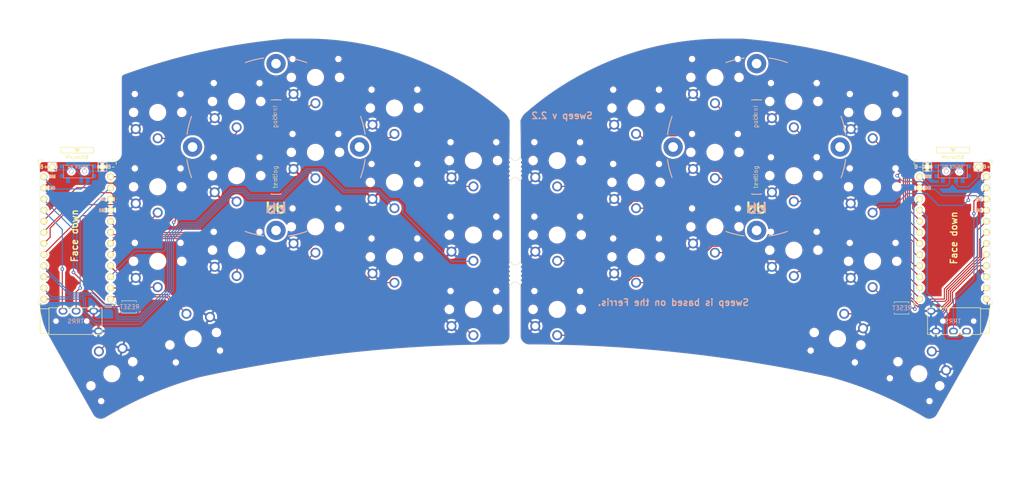
<source format=kicad_pcb>
(kicad_pcb (version 20221018) (generator pcbnew)
  (layers (0 "F.Cu" signal) (31 "B.Cu" signal) (34 "B.Paste" user) (35 "F.Paste" user) (36 "B.SilkS" user "B.Silkscreen") (37 "F.SilkS" user "F.Silkscreen") (38 "B.Mask" user) (39 "F.Mask" user) (44 "Edge.Cuts" user))
  (net 0 "")
  (net 1 "BT+")
  (net 2 "gnd")
  (net 3 "vcc")
  (net 4 "Switch18")
  (net 5 "reset")
  (net 6 "Switch1")
  (net 7 "Switch2")
  (net 8 "Switch3")
  (net 9 "Switch4")
  (net 10 "Switch5")
  (net 11 "Switch6")
  (net 12 "Switch7")
  (net 13 "Switch8")
  (net 14 "Switch9")
  (net 15 "Switch10")
  (net 16 "Switch11")
  (net 17 "Switch12")
  (net 18 "Switch13")
  (net 19 "Switch14")
  (net 20 "Switch15")
  (net 21 "Switch16")
  (net 22 "Switch17")
  (net 23 "Net-(SW_POWER1-Pad1)")
  (net 24 "raw")
  (net 25 "BT+_r")
  (net 26 "Switch18_r")
  (net 27 "reset_r")
  (net 28 "Switch9_r")
  (net 29 "Switch10_r")
  (net 30 "Switch11_r")
  (net 31 "Switch12_r")
  (net 32 "Switch13_r")
  (net 33 "Switch14_r")
  (net 34 "Switch15_r")
  (net 35 "Switch16_r")
  (net 36 "Switch17_r")
  (net 37 "Switch1_r")
  (net 38 "Switch2_r")
  (net 39 "Switch3_r")
  (net 40 "Switch4_r")
  (net 41 "Switch5_r")
  (net 42 "Switch6_r")
  (net 43 "Switch7_r")
  (net 44 "Switch8_r")
  (net 45 "Net-(SW_POWERR1-Pad1)")
  (footprint "kbd:ProMicro_v3_min" (layer "F.Cu") (at 230.178 67.564)
    (fp_text reference "U1" hide)
    (fp_text value "ProMicro-kbd" hide)
  )
  (footprint "Kailh:TRRS-PJ-320A" (layer "F.Cu") (at 236.474 86.052 -90)
    (fp_text reference "J2")
    (fp_text value "AudioJack4dpb" hide)
  )
  (footprint "* duckyb-collection:choc-v1-with-millmax" (layer "F.Cu") (at 175.856 64.516)
    (fp_text reference "SW16" hide)
    (fp_text value "SW_Push" hide)
  )
  (footprint "* duckyb-collection:choc-v1-with-millmax" (layer "F.Cu") (at 222.386 98.082 150)
    (fp_text reference "SW20" hide)
    (fp_text value "SW_Push" hide)
  )
  (footprint "* duckyb-collection:choc-v1-with-millmax" (layer "F.Cu") (at 157.856 71.374)
    (fp_text reference "SW15" hide)
    (fp_text value "SW_Push" hide)
  )
  (footprint "* duckyb-collection:choc-v1-with-millmax" (layer "F.Cu") (at 203.826 90.082 165)
    (fp_text reference "SW21" hide)
    (fp_text value "SW_Push" hide)
  )
  (footprint "* duckyb-collection:choc-v1-with-millmax" (layer "F.Cu") (at 193.856 69.85)
    (fp_text reference "SW17" hide)
    (fp_text value "SW_Push" hide)
  )
  (footprint "* duckyb-collection:choc-v1-with-millmax" (layer "F.Cu") (at 211.836 72.39)
    (fp_text reference "SW18" hide)
    (fp_text value "SW_Push" hide)
  )
  (footprint "* duckyb-collection:choc-v1-with-millmax" (layer "F.Cu") (at 175.856 30.382)
    (fp_text reference "SW4" hide)
    (fp_text value "SW_Push" hide)
  )
  (footprint "* duckyb-collection:choc-v1-with-millmax" (layer "F.Cu") (at 157.856 37.382)
    (fp_text reference "SW3" hide)
    (fp_text value "SW_Push" hide)
  )
  (footprint "* duckyb-collection:choc-v1-with-millmax" (layer "F.Cu") (at 157.856 54.356)
    (fp_text reference "SW9" hide)
    (fp_text value "SW_Push" hide)
  )
  (footprint "* duckyb-collection:choc-v1-with-millmax" (layer "F.Cu") (at 139.856 83.382)
    (fp_text reference "SW14" hide)
    (fp_text value "SW_Push" hide)
  )
  (footprint "* duckyb-collection:choc-v1-with-millmax" (layer "F.Cu") (at 211.836 55.372)
    (fp_text reference "SW12" hide)
    (fp_text value "SW_Push" hide)
  )
  (footprint "* duckyb-collection:choc-v1-with-millmax" (layer "F.Cu") (at 193.856 52.832)
    (fp_text reference "SW11" hide)
    (fp_text value "SW_Push" hide)
  )
  (footprint "* duckyb-collection:choc-v1-with-millmax" (layer "F.Cu") (at 139.856 66.382)
    (fp_text reference "SW8" hide)
    (fp_text value "SW_Push" hide)
  )
  (footprint "* duckyb-collection:choc-v1-with-millmax" (layer "F.Cu") (at 211.856 38.382)
    (fp_text reference "SW6" hide)
    (fp_text value "SW_Push" hide)
  )
  (footprint "* duckyb-collection:choc-v1-with-millmax" (layer "F.Cu") (at 193.856 35.882)
    (fp_text reference "SW5" hide)
    (fp_text value "SW_Push" hide)
  )
  (footprint "* duckyb-collection:choc-v1-with-millmax" (layer "F.Cu") (at 139.856 49.382)
    (fp_text reference "SW2" hide)
    (fp_text value "SW_Push" hide)
  )
  (footprint "Duckyb-Parts:mouse-bite-5mm-slot-with-space-for-track" (layer "F.Cu") (at 130.302 51.308)
    (fp_text reference "mouse-bite-2mm-slot" hide)
    (fp_text value "VAL**" hide)
  )
  (footprint "Duckyb-Parts:mouse-bite-5mm-slot-with-space-for-track" (layer "F.Cu") (at 130.302 75.184)
    (fp_text reference "mouse-bite-2mm-slot" hide)
    (fp_text value "VAL**" hide)
  )
  (footprint "kbd:SW_SPST_B3U-1000P" (layer "F.Cu") (at 218.44 83.058)
    (fp_text reference "RSW1" hide)
    (fp_text value "SW_Push")
  )
  (footprint "* duckyb-collection:choc-v1-with-millmax" (layer "F.Cu") (at 175.856 47.498)
    (fp_text reference "SW10" hide)
    (fp_text value "SW_Push" hide)
  )
  (footprint "kbd:Tenting_Puck2" (layer "F.Cu") (at 185.356 46.282)
    (fp_text reference "REF**")
    (fp_text value "Tenting Puck")
  )
  (footprint "kbd:1pin_conn" (layer "F.Cu") (at 235.966 50.8)
    (fp_text reference "B+")
    (fp_text value "MountingHole_Pad" hide)
  )
  (footprint "kbd:1pin_conn" (layer "F.Cu") (at 224.282 50.8)
    (fp_text reference "B-")
    (fp_text value "MountingHole_Pad" hide)
  )
  (footprint "kbd:ProMicro_v3_min" (layer "F.Cu") (at 30.326 67.564)
    (fp_text reference "U2" hide)
    (fp_text value "ProMicro-kbd" hide)
  )
  (footprint "Kailh:TRRS-PJ-320A" (layer "F.Cu") (at 23.876 86.052 90)
    (fp_text reference "J1")
    (fp_text value "AudioJack4dpb" hide)
  )
  (footprint "* duckyb-collection:choc-v1-with-millmax" (layer "F.Cu") (at 48.686 72.39)
    (fp_text reference "SW17_r1" hide)
    (fp_text value "SW_Push" hide)
  )
  (footprint "* duckyb-collection:choc-v1-with-millmax" (layer "F.Cu") (at 66.7 52.832)
    (fp_text reference "SW11_r1" hide)
    (fp_text value "SW_Push" hide)
  )
  (footprint "* duckyb-collection:choc-v1-with-millmax" (layer "F.Cu") (at 84.688 64.516)
    (fp_text reference "SW15_r1" hide)
    (fp_text value "SW_Push" hide)
  )
  (footprint "* duckyb-collection:choc-v1-with-millmax" (layer "F.Cu") (at 102.714 71.374)
    (fp_text reference "SW18_r1" hide)
    (fp_text value "SW_Push" hide)
  )
  (footprint "* duckyb-collection:choc-v1-with-millmax" (layer "F.Cu") (at 48.686 38.382)
    (fp_text reference "SW6_r1" hide)
    (fp_text value "SW_Push" hide)
  )
  (footprint "* duckyb-collection:choc-v1-with-millmax" (layer "F.Cu") (at 66.7 35.882)
    (fp_text reference "SW5_r1" hide)
    (fp_text value "SW_Push" hide)
  )
  (footprint "* duckyb-collection:choc-v1-with-millmax" (layer "F.Cu") (at 120.732 49.382)
    (fp_text reference "SW2_r1" hide)
    (fp_text value "SW_Push" hide)
  )
  (footprint "* duckyb-collection:choc-v1-with-millmax" (layer "F.Cu") (at 66.7 69.85)
    (fp_text reference "SW16_r1" hide)
    (fp_text value "SW_Push" hide)
  )
  (footprint "* duckyb-collection:choc-v1-with-millmax" (layer "F.Cu") (at 84.688 30.382)
    (fp_text reference "SW4_r1" hide)
    (fp_text value "SW_Push" hide)
  )
  (footprint "* duckyb-collection:choc-v1-with-millmax" (layer "F.Cu") (at 120.732 83.382)
    (fp_text reference "SW13_r1" hide)
    (fp_text value "SW_Push" hide)
  )
  (footprint "* duckyb-collection:choc-v1-with-millmax" (layer "F.Cu") (at 48.686 55.372)
    (fp_text reference "SW12_r1" hide)
    (fp_text value "SW_Push" hide)
  )
  (footprint "* duckyb-collection:choc-v1-with-millmax" (layer "F.Cu") (at 102.714 37.382)
    (fp_text reference "SW3_r1" hide)
    (fp_text value "SW_Push" hide)
  )
  (footprint "* duckyb-collection:choc-v1-with-millmax" (layer "F.Cu") (at 102.714 54.356)
    (fp_text reference "SW8_r1" hide)
    (fp_text value "SW_Push" hide)
  )
  (footprint "* duckyb-collection:choc-v1-with-millmax" (layer "F.Cu") (at 56.778 90.082 -165)
    (fp_text reference "SW21_r1" hide)
    (fp_text value "SW_Push" hide)
  )
  (footprint "* duckyb-collection:choc-v1-with-millmax" (layer "F.Cu") (at 84.688 47.498)
    (fp_text reference "SW9_r1" hide)
    (fp_text value "SW_Push" hide)
  )
  (footprint "* duckyb-collection:choc-v1-with-millmax" (layer "F.Cu") (at 38.218 98.082 -150)
    (fp_text reference "SW20_r1" hide)
    (fp_text value "SW_Push" hide)
  )
  (footprint "* duckyb-collection:choc-v1-with-millmax" (layer "F.Cu") (at 120.732 66.382)
    (fp_text reference "SW7_r1" hide)
    (fp_text value "SW_Push" hide)
  )
  (footprint "kbd:Tenting_Puck2" (layer "F.Cu") (at 75.692 46.282)
    (fp_text reference "REF**")
    (fp_text value "Tenting Puck")
  )
  (footprint "kbd:1pin_conn" (layer "F.Cu") (at 36.068 50.8)
    (fp_text reference "B-")
    (fp_text value "MountingHole_Pad" hide)
  )
  (footprint "kbd:1pin_conn" (layer "F.Cu") (at 24.638 50.8)
    (fp_text reference "B+")
    (fp_text value "MountingHole_Pad" hide)
  )
  (footprint "kbd:SW_SPST_B3U-1000P" (layer "F.Cu") (at 42.164 82.804)
    (fp_text reference "RSW2" hide)
    (fp_text value "SW_Push")
  )
  (footprint "Kailh:SPDT_C128955" (layer "B.Cu") (at 230.124 51.816 180)
    (fp_text reference "POWER SW")
    (fp_text value "SW_SPDT")
  )
  (footprint "Kailh:SPDT_C128955" (layer "B.Cu") (at 30.48 51.816 180)
    (fp_text reference "POWER SW")
    (fp_text value "SW_SPDT")
  )
  (gr_rect (start 27.178 50.419) (end 33.909 53.34) (stroke (width 0.12)) (fill none) (layer "B.SilkS"))
  (gr_rect (start 226.822 50.419) (end 233.426 53.34) (stroke (width 0.12)) (fill none) (layer "B.SilkS"))
  (gr_line (start 131.5085 77.724) (end 131.506254 89.547024) (stroke (width 0.05)) (layer "Edge.Cuts"))
  (gr_line (start 219.998001 47.763999) (end 219.998045 30.439419) (stroke (width 0.05)) (layer "Edge.Cuts"))
  (gr_arc (start 226.446 107.451265) (mid 225.204995 108.32098) (end 223.714 108.05) (stroke (width 0.05)) (layer "Edge.Cuts"))
  (gr_arc (start 222.033002 49.694917) (mid 220.620534 49.145716) (end 219.998001 47.763999) (stroke (width 0.05)) (layer "Edge.Cuts"))
  (gr_arc (start 182.067777 21.502679) (mid 201.091879 24.375764) (end 219.56329 29.758889) (stroke (width 0.05)) (layer "Edge.Cuts"))
  (gr_arc (start 132.893 38.265) (mid 153.988491 25.788882) (end 178.120389 21.508139) (stroke (width 0.05)) (layer "Edge.Cuts"))
  (gr_arc (start 237.938 49.692) (mid 238.46833 49.91167) (end 238.688 50.442) (stroke (width 0.05)) (layer "Edge.Cuts"))
  (gr_arc (start 131.466055 40.278702) (mid 132.022929 39.160882) (end 132.893 38.265) (stroke (width 0.05)) (layer "Edge.Cuts"))
  (gr_arc (start 133.544 91.383119) (mid 132.156573 90.874102) (end 131.506254 89.547024) (stroke (width 0.05)) (layer "Edge.Cuts"))
  (gr_arc (start 219.56329 29.758889) (mid 219.880079 30.035645) (end 219.998045 30.439419) (stroke (width 0.05)) (layer "Edge.Cuts"))
  (gr_arc (start 202.185134 98.863946) (mid 213.262488 102.723597) (end 223.714 108.05) (stroke (width 0.05)) (layer "Edge.Cuts"))
  (gr_line (start 222.033002 49.694917) (end 237.938 49.692) (stroke (width 0.05)) (layer "Edge.Cuts"))
  (gr_arc (start 133.544 91.383119) (mid 168.064442 93.289554) (end 202.185134 98.863946) (stroke (width 0.05)) (layer "Edge.Cuts"))
  (gr_line (start 238.688 58.42) (end 238.688 66.548) (stroke (width 0.05)) (layer "Edge.Cuts"))
  (gr_line (start 236.953304 88.85815) (end 226.446 107.451265) (stroke (width 0.05)) (layer "Edge.Cuts"))
  (gr_arc (start 238.7 81.534) (mid 238.242913 85.295347) (end 236.953304 88.85815) (stroke (width 0.05)) (layer "Edge.Cuts"))
  (gr_line (start 182.067777 21.502679) (end 178.120389 21.508139) (stroke (width 0.05)) (layer "Edge.Cuts"))
  (gr_line (start 238.688 50.442) (end 238.688 58.42) (stroke (width 0.05)) (layer "Edge.Cuts"))
  (gr_line (start 131.466055 40.278702) (end 131.572 48.768) (stroke (width 0.05)) (layer "Edge.Cuts"))
  (gr_line (start 129.3495 48.768) (end 128.96 48.768) (stroke (width 0.05)) (layer "Edge.Cuts"))
  (gr_line (start 238.688 66.548) (end 238.688 75.438) (stroke (width 0.05)) (layer "Edge.Cuts"))
  (gr_line (start 238.688 75.438) (end 238.7 81.534) (stroke (width 0.05)) (layer "Edge.Cuts"))
  (gr_line (start 129.3495 72.644) (end 128.96 72.644) (stroke (width 0.05)) (layer "Edge.Cuts"))
  (gr_line (start 129.3495 53.848) (end 128.96 53.848) (stroke (width 0.05)) (layer "Edge.Cuts"))
  (gr_line (start 129.3495 77.724) (end 128.96 77.724) (stroke (width 0.05)) (layer "Edge.Cuts"))
  (gr_line (start 131.572 53.848) (end 131.572 72.644) (stroke (width 0.05)) (layer "Edge.Cuts"))
  (gr_line (start 78.412223 21.502679) (end 82.613611 21.508139) (stroke (width 0.05)) (layer "Edge.Cuts"))
  (gr_line (start 21.792 50.442) (end 21.792 58.42) (stroke (width 0.05)) (layer "Edge.Cuts"))
  (gr_line (start 128.96 77.724) (end 128.975507 89.545022) (stroke (width 0.05)) (layer "Edge.Cuts"))
  (gr_arc (start 127.587 38.265) (mid 128.457071 39.160882) (end 129.013945 40.278702) (stroke (width 0.05)) (layer "Edge.Cuts"))
  (gr_arc (start 128.975507 89.545022) (mid 128.324689 90.873432) (end 126.936 91.383119) (stroke (width 0.05)) (layer "Edge.Cuts"))
  (gr_line (start 40.481999 47.763999) (end 40.481955 30.439419) (stroke (width 0.05)) (layer "Edge.Cuts"))
  (gr_line (start 21.792 66.548) (end 21.792 73.914) (stroke (width 0.05)) (layer "Edge.Cuts"))
  (gr_line (start 23.526696 88.85815) (end 34.034 107.451265) (stroke (width 0.05)) (layer "Edge.Cuts"))
  (gr_arc (start 40.481999 47.763999) (mid 39.859467 49.145717) (end 38.446998 49.694917) (stroke (width 0.05)) (layer "Edge.Cuts"))
  (gr_arc (start 40.91671 29.758889) (mid 59.388121 24.375764) (end 78.412223 21.502679) (stroke (width 0.05)) (layer "Edge.Cuts"))
  (gr_arc (start 58.294866 98.863946) (mid 92.415558 93.289555) (end 126.936 91.383119) (stroke (width 0.05)) (layer "Edge.Cuts"))
  (gr_arc (start 23.526696 88.85815) (mid 22.237087 85.295347) (end 21.78 81.534) (stroke (width 0.05)) (layer "Edge.Cuts"))
  (gr_arc (start 21.792 50.442) (mid 22.01167 49.91167) (end 22.542 49.692) (stroke (width 0.05)) (layer "Edge.Cuts"))
  (gr_line (start 38.446998 49.694917) (end 22.542 49.692) (stroke (width 0.05)) (layer "Edge.Cuts"))
  (gr_line (start 21.792 58.42) (end 21.792 66.548) (stroke (width 0.05)) (layer "Edge.Cuts"))
  (gr_arc (start 40.481955 30.439419) (mid 40.599921 30.035645) (end 40.91671 29.758889) (stroke (width 0.05)) (layer "Edge.Cuts"))
  (gr_arc (start 36.766 108.05) (mid 35.275005 108.32098) (end 34.034 107.451265) (stroke (width 0.05)) (layer "Edge.Cuts"))
  (gr_arc (start 82.613611 21.508139) (mid 106.610476 25.833455) (end 127.587 38.265) (stroke (width 0.05)) (layer "Edge.Cuts"))
  (gr_arc (start 36.766 108.05) (mid 47.217512 102.723597) (end 58.294866 98.863946) (stroke (width 0.05)) (layer "Edge.Cuts"))
  (gr_line (start 21.792 73.914) (end 21.78 81.534) (stroke (width 0.05)) (layer "Edge.Cuts"))
  (gr_line (start 128.96 53.848) (end 128.96 72.644) (stroke (width 0.05)) (layer "Edge.Cuts"))
  (gr_line (start 129.013945 40.278702) (end 128.96 48.768) (stroke (width 0.05)) (layer "Edge.Cuts"))
  (gr_line (start 131.572 48.768) (end 131.2545 48.768) (stroke (width 0.05)) (layer "Edge.Cuts"))
  (gr_arc (start 131.254499 72.644) (mid 130.302 73.288873) (end 129.349501 72.643999) (stroke (width 0.05)) (layer "Edge.Cuts"))
  (gr_line (start 131.572 53.848) (end 131.2545 53.848) (stroke (width 0.05)) (layer "Edge.Cuts"))
  (gr_arc (start 129.349501 77.724) (mid 130.302 77.079127) (end 131.254499 77.724001) (stroke (width 0.05)) (layer "Edge.Cuts"))
  (gr_line (start 131.572 72.644) (end 131.2545 72.644) (stroke (width 0.05)) (layer "Edge.Cuts"))
  (gr_arc (start 131.254499 48.768) (mid 130.302 49.412873) (end 129.349501 48.767999) (stroke (width 0.05)) (layer "Edge.Cuts"))
  (gr_line (start 131.5085 77.724) (end 131.2545 77.724) (stroke (width 0.05)) (layer "Edge.Cuts"))
  (gr_arc (start 129.349501 53.848) (mid 130.302 53.203127) (end 131.254499 53.848001) (stroke (width 0.05)) (layer "Edge.Cuts"))
  (gr_text "Sweep v 2.2" (at 140.97 39.116) (layer "B.SilkS") (effects (font (size 1.5 1.5) (thickness 0.3)) (justify mirror)))
  (gr_text "Sweep is based on the Ferris." (at 166.37 81.788) (layer "B.SilkS") (effects (font (size 1.5 1.5) (thickness 0.3)) (justify mirror)))
  (gr_text "Face down" (at 230.378 67.056 90) (layer "F.SilkS") (effects (font (size 1.5 1.5) (thickness 0.3))))
  (gr_text "Face down" (at 29.718 66.548 90) (layer "F.SilkS") (effects (font (size 1.5 1.5) (thickness 0.3))))
  (segment (start 25.360999 51.522999) (end 28.051999 51.522999) (width 0.25) (layer "B.Cu") (net 1))
  (segment (start 24.638 50.8) (end 25.360999 51.522999) (width 0.25) (layer "B.Cu") (net 1))
  (segment (start 29.046501 50.890501) (end 29.373499 50.890501) (width 0.25) (layer "B.Cu") (net 1))
  (segment (start 28.738499 50.836499) (end 28.992499 50.836499) (width 0.25) (layer "B.Cu") (net 1))
  (segment (start 31.23 52.747002) (end 31.23 53.891) (width 0.25) (layer "B.Cu") (net 1))
  (segment (start 28.051999 51.522999) (end 28.738499 50.836499) (width 0.25) (layer "B.Cu") (net 1))
  (segment (start 29.373499 50.890501) (end 31.23 52.747002) (width 0.25) (layer "B.Cu") (net 1))
  (segment (start 28.992499 50.836499) (end 29.046501 50.890501) (width 0.25) (layer "B.Cu") (net 1))
  (segment (start 224.8576 85.65317) (end 225.174 85.33677) (width 0.25) (layer "F.Cu") (net 2))
  (segment (start 225.174 85.33677) (end 225.174 83.552) (width 0.25) (layer "F.Cu") (net 2))
  (segment (start 216.74 83.058) (end 216.74 84.758) (width 0.25) (layer "F.Cu") (net 2))
  (segment (start 216.74 85.54477) (end 216.8484 85.65317) (width 0.25) (layer "F.Cu") (net 2))
  (segment (start 216.8484 85.65317) (end 224.8576 85.65317) (width 0.25) (layer "F.Cu") (net 2))
  (segment (start 216.74 84.758) (end 216.74 85.54477) (width 0.25) (layer "F.Cu") (net 2))
  (segment (start 40.40601 82.74601) (end 40.464 82.804) (width 0.25) (layer "F.Cu") (net 2))
  (segment (start 34.076 83.552) (end 37.80201 83.552) (width 0.25) (layer "F.Cu") (net 2))
  (segment (start 37.80201 83.552) (end 38.608 82.74601) (width 0.25) (layer "F.Cu") (net 2))
  (segment (start 38.608 82.74601) (end 40.40601 82.74601) (width 0.25) (layer "F.Cu") (net 2))
  (segment (start 213.159159 42.182) (end 206.856 42.182) (width 0.25) (layer "B.Cu") (net 2))
  (segment (start 221.777159 50.8) (end 213.159159 42.182) (width 0.25) (layer "B.Cu") (net 2))
  (segment (start 226.254 88.332) (end 226.274 88.352) (width 0.25) (layer "B.Cu") (net 2))
  (segment (start 226.244 88.322) (end 226.274 88.352) (width 0.25) (layer "B.Cu") (net 2))
  (segment (start 224.282 50.8) (end 221.777159 50.8) (width 0.25) (layer "B.Cu") (net 2))
  (segment (start 26.924 83.4) (end 27.076 83.552) (width 0.25) (layer "F.Cu") (net 3))
  (segment (start 26.924 74.168) (end 26.924 83.4) (width 0.25) (layer "F.Cu") (net 3))
  (via (at 26.924 74.168) (size 0.8) (drill 0.4) (layers "F.Cu" "B.Cu") (net 3))
  (segment (start 233.254 88.332) (end 233.274 88.352) (width 0.25) (layer "B.Cu") (net 3))
  (segment (start 26.924 65.1126) (end 26.924 74.168) (width 0.25) (layer "B.Cu") (net 3))
  (segment (start 22.5174 60.706) (end 26.924 65.1126) (width 0.25) (layer "B.Cu") (net 3))
  (segment (start 224.282 62.2186) (end 224.282 79.502) (width 0.25) (layer "B.Cu") (net 3))
  (segment (start 229.108 89.662) (end 231.764 89.662) (width 0.25) (layer "B.Cu") (net 3))
  (segment (start 222.7694 60.706) (end 224.282 62.2186) (width 0.25) (layer "B.Cu") (net 3))
  (segment (start 231.764 89.662) (end 233.274 88.152) (width 0.25) (layer "B.Cu") (net 3))
  (segment (start 228.854 84.074) (end 228.854 89.408) (width 0.25) (layer "B.Cu") (net 3))
  (segment (start 228.854 89.408) (end 229.108 89.662) (width 0.25) (layer "B.Cu") (net 3))
  (segment (start 224.282 79.502) (end 228.854 84.074) (width 0.25) (layer "B.Cu") (net 3))
  (segment (start 237.9894 55.626) (end 234.95 58.6654) (width 0.25) (layer "F.Cu") (net 4))
  (segment (start 234.95 58.6654) (end 234.95 61.468) (width 0.25) (layer "F.Cu") (net 4))
  (via (at 234.95 61.468) (size 0.8) (drill 0.4) (layers "F.Cu" "B.Cu") (net 4))
  (segment (start 230.274 81.13) (end 234.95 76.454) (width 0.25) (layer "B.Cu") (net 4))
  (segment (start 230.274 88.152) (end 230.274 81.13) (width 0.25) (layer "B.Cu") (net 4))
  (segment (start 234.95 76.454) (end 234.95 61.468) (width 0.25) (layer "B.Cu") (net 4))
  (segment (start 220.14 83.058) (end 221.234 83.058) (width 0.25) (layer "F.Cu") (net 5))
  (segment (start 221.234 83.058) (end 221.488 83.312) (width 0.25) (layer "F.Cu") (net 5))
  (via (at 221.488 83.312) (size 0.8) (drill 0.4) (layers "F.Cu" "B.Cu") (net 5))
  (segment (start 221.488 82.55) (end 221.234 82.296) (width 0.25) (layer "B.Cu") (net 5))
  (segment (start 221.488 83.312) (end 221.488 82.55) (width 0.25) (layer "B.Cu") (net 5))
  (segment (start 221.234 59.7014) (end 221.234 82.296) (width 0.25) (layer "B.Cu") (net 5))
  (segment (start 222.7694 58.166) (end 221.234 59.7014) (width 0.25) (layer "B.Cu") (net 5))
  (segment (start 217.678 50.292) (end 218.41796 51.03196) (width 0.25) (layer "F.Cu") (net 6))
  (segment (start 155.956 44.958) (end 162.814 44.958) (width 0.25) (layer "F.Cu") (net 6))
  (segment (start 205.994 50.292) (end 217.678 50.292) (width 0.25) (layer "F.Cu") (net 6))
  (segment (start 218.41796 51.03196) (end 218.41796 51.83804) (width 0.25) (layer "F.Cu") (net 6))
  (segment (start 199.84001 47.69401) (end 202.946 50.8) (width 0.25) (layer "F.Cu") (net 6))
  (segment (start 167.057719 43.732009) (end 169.641728 41.148) (width 0.25) (layer "F.Cu") (net 6))
  (segment (start 164.03999 43.73201) (end 167.057719 43.732009) (width 0.25) (layer "F.Cu") (net 6))
  (segment (start 162.814 44.958) (end 164.03999 43.73201) (width 0.25) (layer "F.Cu") (net 6))
  (segment (start 183.38518 41.148) (end 188.6032 46.36602) (width 0.25) (layer "F.Cu") (net 6))
  (segment (start 202.946 50.8) (end 205.486 50.8) (width 0.25) (layer "F.Cu") (net 6))
  (segment (start 196.53079 46.36602) (end 197.85878 47.69401) (width 0.25) (layer "F.Cu") (net 6))
  (segment (start 197.85878 47.69401) (end 199.84001 47.69401) (width 0.25) (layer "F.Cu") (net 6))
  (segment (start 188.6032 46.36602) (end 196.53079 46.36602) (width 0.25) (layer "F.Cu") (net 6))
  (segment (start 218.41796 51.83804) (end 217.424 52.832) (width 0.25) (layer "F.Cu") (net 6))
  (segment (start 205.486 50.8) (end 205.994 50.292) (width 0.25) (layer "F.Cu") (net 6))
  (segment (start 169.641728 41.148) (end 183.38518 41.148) (width 0.25) (layer "F.Cu") (net 6))
  (segment (start 139.856 55.282) (end 145.632 55.282) (width 0.25) (layer "F.Cu") (net 6))
  (segment (start 145.632 55.282) (end 155.956 44.958) (width 0.25) (layer "F.Cu") (net 6))
  (via (at 217.424 52.832) (size 0.8) (drill 0.4) (layers "F.Cu" "B.Cu") (net 6))
  (segment (start 237.9894 75.946) (end 236.4697 74.4263) (width 0.25) (layer "B.Cu") (net 6))
  (segment (start 236.4697 58.4243) (end 235.4451 57.3997) (width 0.25) (layer "B.Cu") (net 6))
  (segment (start 236.4697 74.4263) (end 236.4697 58.4243) (width 0.25) (layer "B.Cu") (net 6))
  (segment (start 224.711081 55.958919) (end 222.925163 54.173001) (width 0.25) (layer "B.Cu") (net 6))
  (segment (start 218.765001 54.173001) (end 217.424 52.832) (width 0.25) (layer "B.Cu") (net 6))
  (segment (start 235.4451 57.3997) (end 227.5797 57.3997) (width 0.25) (layer "B.Cu") (net 6))
  (segment (start 227.5797 57.3997) (end 226.138919 55.958919) (width 0.25) (layer "B.Cu") (net 6))
  (segment (start 226.138919 55.958919) (end 224.711081 55.958919) (width 0.25) (layer "B.Cu") (net 6))
  (segment (start 222.925163 54.173001) (end 218.765001 54.173001) (width 0.25) (layer "B.Cu") (net 6))
  (segment (start 203.07441 50.292) (end 205.35759 50.292) (width 0.25) (layer "F.Cu") (net 7))
  (segment (start 205.933189 49.716401) (end 218.243991 49.716401) (width 0.25) (layer "F.Cu") (net 7))
  (segment (start 218.86797 50.34038) (end 218.86797 65.70597) (width 0.25) (layer "F.Cu") (net 7))
  (segment (start 200.026411 47.244001) (end 203.07441 50.292) (width 0.25) (layer "F.Cu") (net 7))
  (segment (start 159.234991 44.172991) (end 162.962599 44.172991) (width 0.25) (layer "F.Cu") (net 7))
  (segment (start 163.853591 43.282001) (end 166.871317 43.282001) (width 0.25) (layer "F.Cu") (net 7))
  (segment (start 157.856 43.282) (end 158.344 43.282) (width 0.25) (layer "F.Cu") (net 7))
  (segment (start 169.513318 40.64) (end 183.51359 40.64) (width 0.25) (layer "F.Cu") (net 7))
  (segment (start 205.35759 50.292) (end 205.933189 49.716401) (width 0.25) (layer "F.Cu") (net 7))
  (segment (start 166.871317 43.282001) (end 169.513318 40.64) (width 0.25) (layer "F.Cu") (net 7))
  (segment (start 162.962599 44.172991) (end 163.853591 43.282001) (width 0.25) (layer "F.Cu") (net 7))
  (segment (start 158.344 43.282) (end 159.234991 44.172991) (width 0.25) (layer "F.Cu") (net 7))
  (segment (start 218.243991 49.716401) (end 218.86797 50.34038) (width 0.25) (layer "F.Cu") (net 7))
  (segment (start 221.234 70.358) (end 221.742 70.866) (width 0.25) (layer "F.Cu") (net 7))
  (segment (start 218.86797 65.70597) (end 221.234 68.072) (width 0.25) (layer "F.Cu") (net 7))
  (segment (start 221.234 68.072) (end 221.234 70.358) (width 0.25) (layer "F.Cu") (net 7))
  (segment (start 221.742 70.866) (end 222.5694 70.866) (width 0.25) (layer "F.Cu") (net 7))
  (segment (start 198.55318 47.244) (end 200.026411 47.244001) (width 0.25) (layer "F.Cu") (net 7))
  (segment (start 198.46359 47.15441) (end 198.55318 47.244) (width 0.25) (layer "F.Cu") (net 7))
  (segment (start 196.71719 45.91601) (end 197.95559 47.15441) (width 0.25) (layer "F.Cu") (net 7))
  (segment (start 183.51359 40.64) (end 188.7896 45.91601) (width 0.25) (layer "F.Cu") (net 7))
  (segment (start 188.7896 45.91601) (end 196.71719 45.91601) (width 0.25) (layer "F.Cu") (net 7))
  (segment (start 197.95559 47.15441) (end 198.46359 47.15441) (width 0.25) (layer "F.Cu") (net 7))
  (segment (start 219.31798 64.87458) (end 222.7694 68.326) (width 0.25) (layer "F.Cu") (net 8))
  (segment (start 188.976 45.466) (end 196.90359 45.466) (width 0.25) (layer "F.Cu") (net 8))
  (segment (start 179.76399 40.18999) (end 183.69999 40.18999) (width 0.25) (layer "F.Cu") (net 8))
  (segment (start 198.1156 46.67801) (end 200.20999 46.67801) (width 0.25) (layer "F.Cu") (net 8))
  (segment (start 218.430392 49.266392) (end 219.31798 50.15398) (width 0.25) (layer "F.Cu") (net 8))
  (segment (start 183.69999 40.18999) (end 188.976 45.466) (width 0.25) (layer "F.Cu") (net 8))
  (segment (start 205.17119 49.84199) (end 205.746788 49.266392) (width 0.25) (layer "F.Cu") (net 8))
  (segment (start 219.31798 50.15398) (end 219.31798 64.87458) (width 0.25) (layer "F.Cu") (net 8))
  (segment (start 196.90359 45.466) (end 198.1156 46.67801) (width 0.25) (layer "F.Cu") (net 8))
  (segment (start 175.856 36.282) (end 179.76399 40.18999) (width 0.25) (layer "F.Cu") (net 8))
  (segment (start 205.746788 49.266392) (end 218.430392 49.266392) (width 0.25) (layer "F.Cu") (net 8))
  (segment (start 203.26081 49.84199) (end 205.17119 49.84199) (width 0.25) (layer "F.Cu") (net 8))
  (segment (start 200.20999 46.67801) (end 200.20999 46.79117) (width 0.25) (layer "F.Cu") (net 8))
  (segment (start 200.20999 46.79117) (end 203.26081 49.84199) (width 0.25) (layer "F.Cu") (net 8))
  (segment (start 193.856 41.782) (end 198.302 46.228) (width 0.25) (layer "F.Cu") (net 9))
  (segment (start 219.76799 49.84199) (end 219.76799 62.78459) (width 0.25) (layer "F.Cu") (net 9))
  (segment (start 203.44721 49.39198) (end 204.98479 49.39198) (width 0.25) (layer "F.Cu") (net 9))
  (segment (start 205.560388 48.816382) (end 218.742382 48.816382) (width 0.25) (layer "F.Cu") (net 9))
  (segment (start 218.742382 48.816382) (end 219.76799 49.84199) (width 0.25) (layer "F.Cu") (net 9))
  (segment (start 200.66 46.49161) (end 200.66 46.60477) (width 0.25) (layer "F.Cu") (net 9))
  (segment (start 200.396391 46.228001) (end 200.66 46.49161) (width 0.25) (layer "F.Cu") (net 9))
  (segment (start 204.98479 49.39198) (end 205.560388 48.816382) (width 0.25) (layer "F.Cu") (net 9))
  (segment (start 219.76799 62.78459) (end 222.7694 65.786) (width 0.25) (layer "F.Cu") (net 9))
  (segment (start 198.302 46.228) (end 200.396391 46.228001) (width 0.25) (layer "F.Cu") (net 9))
  (segment (start 200.66 46.60477) (end 203.44721 49.39198) (width 0.25) (layer "F.Cu") (net 9))
  (segment (start 220.218 49.276) (end 220.218 60.6946) (width 0.25) (layer "F.Cu") (net 10))
  (segment (start 211.856 44.282) (end 215.940372 48.366372) (width 0.25) (layer "F.Cu") (net 10))
  (segment (start 215.940372 48.366372) (end 219.308372 48.366372) (width 0.25) (layer "F.Cu") (net 10))
  (segment (start 220.218 60.6946) (end 222.7694 63.246) (width 0.25) (layer "F.Cu") (net 10))
  (segment (start 219.308372 48.366372) (end 220.218 49.276) (width 0.25) (layer "F.Cu") (net 10))
  (segment (start 189.93401 58.98599) (end 192.659 56.261) (width 0.25) (layer "F.Cu") (net 11))
  (segment (start 220.61002 68.08443) (end 220.61002 72.52802) (width 0.25) (layer "F.Cu") (net 11))
  (segment (start 206.363981 65.139981) (end 217.665571 65.139981) (width 0.25) (layer "F.Cu") (net 11))
  (segment (start 157.226 58.674) (end 159.004 58.674) (width 0.25) (layer "F.Cu") (net 11))
  (segment (start 197.485 56.261) (end 206.363981 65.139981) (width 0.25) (layer "F.Cu") (net 11))
  (segment (start 166.12701 59.80599) (end 174.625 51.308) (width 0.25) (layer "F.Cu") (net 11))
  (segment (start 180.097546 54.621546) (end 180.097546 56.399546) (width 0.25) (layer "F.Cu") (net 11))
  (segment (start 159.004 58.674) (end 160.13599 59.80599) (width 0.25) (layer "F.Cu") (net 11))
  (segment (start 160.13599 59.80599) (end 166.12701 59.80599) (width 0.25) (layer "F.Cu") (net 11))
  (segment (start 176.784 51.308) (end 180.097546 54.621546) (width 0.25) (layer "F.Cu") (net 11))
  (segment (start 174.625 51.308) (end 176.784 51.308) (width 0.25) (layer "F.Cu") (net 11))
  (segment (start 180.097546 56.399546) (end 182.68399 58.98599) (width 0.25) (layer "F.Cu") (net 11))
  (segment (start 143.618 72.282) (end 157.226 58.674) (width 0.25) (layer "F.Cu") (net 11))
  (segment (start 217.665571 65.139981) (end 220.61002 68.08443) (width 0.25) (layer "F.Cu") (net 11))
  (segment (start 192.659 56.261) (end 197.485 56.261) (width 0.25) (layer "F.Cu") (net 11))
  (segment (start 220.61002 72.52802) (end 221.488 73.406) (width 0.25) (layer "F.Cu") (net 11))
  (segment (start 221.488 73.406) (end 222.5694 73.406) (width 0.25) (layer "F.Cu") (net 11))
  (segment (start 139.856 72.282) (end 143.618 72.282) (width 0.25) (layer "F.Cu") (net 11))
  (segment (start 182.68399 58.98599) (end 189.93401 58.98599) (width 0.25) (layer "F.Cu") (net 11))
  (segment (start 197.298802 56.71052) (end 206.178273 65.589991) (width 0.25) (layer "F.Cu") (net 12))
  (segment (start 166.312718 60.256) (end 174.752718 51.816) (width 0.25) (layer "F.Cu") (net 12))
  (segment (start 220.16001 68.27083) (end 220.16001 73.53661) (width 0.25) (layer "F.Cu") (net 12))
  (segment (start 179.648026 56.641616) (end 182.44241 59.436) (width 0.25) (layer "F.Cu") (net 12))
  (segment (start 179.648026 54.807744) (end 179.648026 56.641616) (width 0.25) (layer "F.Cu") (net 12))
  (segment (start 176.656282 51.816) (end 179.648026 54.807744) (width 0.25) (layer "F.Cu") (net 12))
  (segment (start 182.44241 59.436) (end 190.119718 59.436) (width 0.25) (layer "F.Cu") (net 12))
  (segment (start 220.16001 73.53661) (end 222.5694 75.946) (width 0.25) (layer "F.Cu") (net 12))
  (segment (start 206.178273 65.589991) (end 217.479171 65.589991) (width 0.25) (layer "F.Cu") (net 12))
  (segment (start 174.752718 51.816) (end 176.656282 51.816) (width 0.25) (layer "F.Cu") (net 12))
  (segment (start 192.845198 56.71052) (end 197.298802 56.71052) (width 0.25) (layer "F.Cu") (net 12))
  (segment (start 157.856 60.256) (end 166.312718 60.256) (width 0.25) (layer "F.Cu") (net 12))
  (segment (start 190.119718 59.436) (end 192.845198 56.71052) (width 0.25) (layer "F.Cu") (net 12))
  (segment (start 217.479171 65.589991) (end 220.16001 68.27083) (width 0.25) (layer "F.Cu") (net 12))
  (segment (start 205.992564 66.04) (end 217.29277 66.04) (width 0.25) (layer "F.Cu") (net 13))
  (segment (start 175.768 53.398) (end 177.116272 53.398) (width 0.25) (layer "F.Cu") (net 13))
  (segment (start 219.644385 68.639975) (end 219.71 68.70559) (width 0.25) (layer "F.Cu") (net 13))
  (segment (start 219.71 75.6266) (end 222.5694 78.486) (width 0.25) (layer "F.Cu") (net 13))
  (segment (start 193.082619 57.16004) (end 197.112604 57.16004) (width 0.25) (layer "F.Cu") (net 13))
  (segment (start 219.71 68.70559) (end 219.71 75.6266) (width 0.25) (layer "F.Cu") (net 13))
  (segment (start 179.12799 55.409718) (end 179.12799 56.75799) (width 0.25) (layer "F.Cu") (net 13))
  (segment (start 190.169658 60.073001) (end 193.082619 57.16004) (width 0.25) (layer "F.Cu") (net 13))
  (segment (start 179.12799 56.75799) (end 182.443001 60.073001) (width 0.25) (layer "F.Cu") (net 13))
  (segment (start 182.443001 60.073001) (end 190.169658 60.073001) (width 0.25) (layer "F.Cu") (net 13))
  (segment (start 177.116272 53.398) (end 179.12799 55.409718) (width 0.25) (layer "F.Cu") (net 13))
  (segment (start 217.29277 66.04) (end 219.644385 68.391615) (width 0.25) (layer "F.Cu") (net 13))
  (segment (start 197.112604 57.16004) (end 205.992564 66.04) (width 0.25) (layer "F.Cu") (net 13))
  (segment (start 219.644385 68.391615) (end 219.644385 68.639975) (width 0.25) (layer "F.Cu") (net 13))
  (segment (start 217.106572 66.48952) (end 219.194865 68.577813) (width 0.25) (layer "F.Cu") (net 14))
  (segment (start 196.129831 57.841009) (end 197.157855 57.841009) (width 0.25) (layer "F.Cu") (net 14))
  (segment (start 195.23884 58.732) (end 196.129831 57.841009) (width 0.25) (layer "F.Cu") (net 14))
  (segment (start 219.202 68.833308) (end 219.202 77.4586) (width 0.25) (layer "F.Cu") (net 14))
  (segment (start 205.806367 66.48952) (end 217.106572 66.48952) (width 0.25) (layer "F.Cu") (net 14))
  (segment (start 197.157855 57.841009) (end 205.806367 66.48952) (width 0.25) (layer "F.Cu") (net 14))
  (segment (start 219.194865 68.826173) (end 219.202 68.833308) (width 0.25) (layer "F.Cu") (net 14))
  (segment (start 193.802 58.732) (end 195.23884 58.732) (width 0.25) (layer "F.Cu") (net 14))
  (segment (start 219.194865 68.577813) (end 219.194865 68.826173) (width 0.25) (layer "F.Cu") (net 14))
  (segment (start 219.202 77.4586) (end 222.7694 81.026) (width 0.25) (layer "F.Cu") (net 14))
  (segment (start 237.9894 53.086) (end 233.68 57.3954) (width 0.25) (layer "F.Cu") (net 15))
  (segment (start 233.68 57.3954) (end 233.68 58.42) (width 0.25) (layer "F.Cu") (net 15))
  (via (at 233.68 58.42) (size 0.8) (drill 0.4) (layers "F.Cu" "B.Cu") (net 15))
  (segment (start 232.481001 59.618999) (end 233.68 58.42) (width 0.25) (layer "B.Cu") (net 15))
  (segment (start 211.836 61.272) (end 213.489001 59.618999) (width 0.25) (layer "B.Cu") (net 15))
  (segment (start 219.71 56.896) (end 224.170002 56.896) (width 0.25) (layer "B.Cu") (net 15))
  (segment (start 216.987001 59.618999) (end 219.71 56.896) (width 0.25) (layer "B.Cu") (net 15))
  (segment (start 226.893001 59.618999) (end 232.481001 59.618999) (width 0.25) (layer "B.Cu") (net 15))
  (segment (start 224.170002 56.896) (end 226.893001 59.618999) (width 0.25) (layer "B.Cu") (net 15))
  (segment (start 213.489001 59.618999) (end 216.987001 59.618999) (width 0.25) (layer "B.Cu") (net 15))
  (segment (start 215.646 79.502) (end 216.916 80.772) (width 0.25) (layer "F.Cu") (net 16))
  (segment (start 175.109908 68.453) (end 184.912 68.453) (width 0.25) (layer "F.Cu") (net 16))
  (segment (start 143.775453 89.282) (end 157.248964 75.808489) (width 0.25) (layer "F.Cu") (net 16))
  (segment (start 206.70903 78.91397) (end 210.439 75.184) (width 0.25) (layer "F.Cu") (net 16))
  (segment (start 222.25 82.296) (end 223.366176 82.296) (width 0.25) (layer "F.Cu") (net 16))
  (segment (start 166.889546 70.854454) (end 172.708454 70.854454) (width 0.25) (layer "F.Cu") (net 16))
  (segment (start 210.439 75.184) (end 213.741 75.184) (width 0.25) (layer "F.Cu") (net 16))
  (segment (start 220.726 80.772) (end 222.25 82.296) (width 0.25) (layer "F.Cu") (net 16))
  (segment (start 216.916 80.772) (end 220.726 80.772) (width 0.25) (layer "F.Cu") (net 16))
  (segment (start 190.5 73.025) (end 202.05982 73.025) (width 0.25) (layer "F.Cu") (net 16))
  (segment (start 202.05982 73.025) (end 203.14201 74.10719) (width 0.25) (layer "F.Cu") (net 16))
  (segment (start 172.708454 70.854454) (end 175.109908 68.453) (width 0.25) (layer "F.Cu") (net 16))
  (segment (start 203.14201 74.10719) (end 203.14201 77.7916) (width 0.25) (layer "F.Cu") (net 16))
  (segment (start 235.802379 71.124571) (end 235.802379 65.233021) (width 0.25) (layer "F.Cu") (net 16))
  (segment (start 161.935511 75.808489) (end 166.889546 70.854454) (width 0.25) (layer "F.Cu") (net 16))
  (segment (start 139.856 89.282) (end 143.775453 89.282) (width 0.25) (layer "F.Cu") (net 16))
  (segment (start 203.14201 77.7916) (end 204.26438 78.91397) (width 0.25) (layer "F.Cu") (net 16))
  (segment (start 215.646 77.089) (end 215.646 79.502) (width 0.25) (layer "F.Cu") (net 16))
  (segment (start 189.484 72.009) (end 190.5 73.025) (width 0.25) (layer "F.Cu") (net 16))
  (segment (start 235.802379 65.233021) (end 237.7894 63.246) (width 0.25) (layer "F.Cu") (net 16))
  (segment (start 213.741 75.184) (end 215.646 77.089) (width 0.25) (layer "F.Cu") (net 16))
  (segment (start 224.636176 81.026) (end 228.21759 81.026) (width 0.25) (layer "F.Cu") (net 16))
  (segment (start 228.21759 78.70936) (end 235.802379 71.124571) (width 0.25) (layer "F.Cu") (net 16))
  (segment (start 188.468 72.009) (end 189.484 72.009) (width 0.25) (layer "F.Cu") (net 16))
  (segment (start 223.366176 82.296) (end 224.636176 81.026) (width 0.25) (layer "F.Cu") (net 16))
  (segment (start 204.26438 78.91397) (end 206.70903 78.91397) (width 0.25) (layer "F.Cu") (net 16))
  (segment (start 228.21759 81.026) (end 228.21759 78.70936) (width 0.25) (layer "F.Cu") (net 16))
  (segment (start 184.912 68.453) (end 188.468 72.009) (width 0.25) (layer "F.Cu") (net 16))
  (segment (start 157.248964 75.808489) (end 161.935511 75.808489) (width 0.25) (layer "F.Cu") (net 16))
  (segment (start 228.706875 78.856485) (end 229.090067 78.473293) (width 0.25) (layer "F.Cu") (net 17))
  (segment (start 222.108883 82.791293) (end 223.507293 82.791293) (width 0.25) (layer "F.Cu") (net 17))
  (segment (start 188.214 75.565) (end 190.754 75.565) (width 0.25) (layer "F.Cu") (net 17))
  (segment (start 213.554802 75.63352) (end 215.19648 77.275198) (width 0.25) (layer "F.Cu") (net 17))
  (segment (start 223.507293 82.791293) (end 224.764586 81.534) (width 0.25) (layer "F.Cu") (net 17))
  (segment (start 202.496002 77.782002) (end 204.07798 79.36398) (width 0.25) (layer "F.Cu") (net 17))
  (segment (start 229.090067 78.473293) (end 229.109287 78.473293) (width 0.25) (layer "F.Cu") (net 17))
  (segment (start 184.784649 71.375059) (end 184.784649 72.135649) (width 0.25) (layer "F.Cu") (net 17))
  (segment (start 204.07798 79.36398) (end 206.894738 79.36398) (width 0.25) (layer "F.Cu") (net 17))
  (segment (start 215.19648 77.275198) (end 215.19648 79.74125) (width 0.25) (layer "F.Cu") (net 17))
  (segment (start 172.894854 71.304464) (end 175.248829 68.950489) (width 0.25) (layer "F.Cu") (net 17))
  (segment (start 210.625198 75.63352) (end 213.554802 75.63352) (width 0.25) (layer "F.Cu") (net 17))
  (segment (start 229.109287 78.473293) (end 236.252389 71.330191) (width 0.25) (layer "F.Cu") (net 17))
  (segment (start 175.248829 68.950489) (end 182.360079 68.950489) (width 0.25) (layer "F.Cu") (net 17))
  (segment (start 192.84448 73.47452) (end 201.87293 73.47452) (width 0.25) (layer "F.Cu") (net 17))
  (segment (start 216.698615 81.243385) (end 220.560975 81.243385) (width 0.25) (layer "F.Cu") (net 17))
  (segment (start 228.346 81.534) (end 228.706875 81.173125) (width 0.25) (layer "F.Cu") (net 17))
  (segment (start 236.252389 71.330191) (end 236.252389 67.323011) (width 0.25) (layer "F.Cu") (net 17))
  (segment (start 167.075946 71.304464) (end 172.894854 71.304464) (width 0.25) (layer "F.Cu") (net 17))
  (segment (start 224.764586 81.534) (end 228.346 81.534) (width 0.25) (layer "F.Cu") (net 17))
  (segment (start 220.560975 81.243385) (end 222.108883 82.791293) (width 0.25) (layer "F.Cu") (net 17))
  (segment (start 161.10641 77.274) (end 167.075946 71.304464) (width 0.25) (layer "F.Cu") (net 17))
  (segment (start 201.87293 73.47452) (end 202.496002 74.097592) (width 0.25) (layer "F.Cu") (net 17))
  (segment (start 236.252389 67.323011) (end 237.7894 65.786) (width 0.25) (layer "F.Cu") (net 17))
  (segment (start 228.706875 81.173125) (end 228.706875 78.856485) (width 0.25) (layer "F.Cu") (net 17))
  (segment (start 182.360079 68.950489) (end 184.784649 71.375059) (width 0.25) (layer "F.Cu") (net 17))
  (segment (start 215.19648 79.74125) (end 216.698615 81.243385) (width 0.25) (layer "F.Cu") (net 17))
  (segment (start 157.856 77.274) (end 161.10641 77.274) (width 0.25) (layer "F.Cu") (net 17))
  (segment (start 206.894738 79.36398) (end 210.625198 75.63352) (width 0.25) (layer "F.Cu") (net 17))
  (segment (start 190.754 75.565) (end 192.84448 73.47452) (width 0.25) (layer "F.Cu") (net 17))
  (segment (start 202.496002 74.480002) (end 202.496002 77.782002) (width 0.25) (layer "F.Cu") (net 17))
  (segment (start 184.784649 72.135649) (end 188.214 75.565) (width 0.25) (layer "F.Cu") (net 17))
  (segment (start 202.496002 74.097592) (end 202.496002 74.480002) (width 0.25) (layer "F.Cu") (net 17))
  (segment (start 237.7894 68.326) (end 236.702399 69.413001) (width 0.25) (layer "F.Cu") (net 18))
  (segment (start 227.83121 82.6852) (end 227.83121 83.31597) (width 0.25) (layer "F.Cu") (net 18))
  (segment (start 236.702399 71.516591) (end 229.176105 79.042885) (width 0.25) (layer "F.Cu") (net 18))
  (segment (start 236.702399 69.413001) (end 236.702399 71.516591) (width 0.25) (layer "F.Cu") (net 18))
  (segment (start 229.156885 79.042885) (end 229.156884 81.359526) (width 0.25) (layer "F.Cu") (net 18))
  (segment (start 229.156884 81.359526) (end 227.83121 82.6852) (width 0.25) (layer "F.Cu") (net 18))
  (segment (start 229.176105 79.042885) (end 229.156885 79.042885) (width 0.25) (layer "F.Cu") (net 18))
  (segment (start 227.83121 83.31597) (end 225.67759 85.46959) (width 0.25) (layer "F.Cu") (net 18))
  (segment (start 203.76599 79.81399) (end 202.045992 78.093992) (width 0.25) (layer "F.Cu") (net 18))
  (segment (start 193.030678 73.92404) (end 190.940197 76.01452) (width 0.25) (layer "F.Cu") (net 18))
  (segment (start 225.044 86.10318) (end 219.96682 86.10318) (width 0.25) (layer "F.Cu") (net 18))
  (segment (start 201.686732 73.92404) (end 193.030678 73.92404) (width 0.25) (layer "F.Cu") (net 18))
  (segment (start 190.940197 76.01452) (end 187.909018 76.01452) (width 0.25) (layer "F.Cu") (net 18))
  (segment (start 215.58801 80.76919) (end 214.74696 79.92814) (width 0.25) (layer "F.Cu") (net 18))
  (segment (start 202.045992 74.2833) (end 201.686732 73.92404) (width 0.25) (layer "F.Cu") (net 18))
  (segment (start 187.909018 76.01452) (end 184.33464 72.440142) (width 0.25) (layer "F.Cu") (net 18))
  (segment (start 184.334639 71.812639) (end 182.938 70.416) (width 0.25) (layer "F.Cu") (net 18))
  (segment (start 215.58801 85.02919) (end 215.58801 80.76919) (width 0.25) (layer "F.Cu") (net 18))
  (segment (start 210.811396 76.08304) (end 207.080446 79.81399) (width 0.25) (layer "F.Cu") (net 18))
  (segment (start 214.74696 79.92814) (end 214.74696 77.461396) (width 0.25) (layer "F.Cu") (net 18))
  (segment (start 207.080446 79.81399) (end 203.76599 79.81399) (width 0.25) (layer "F.Cu") (net 18))
  (segment (start 184.33464 72.440142) (end 184.334639 71.812639) (width 0.25) (layer "F.Cu") (net 18))
  (segment (start 202.045992 78.093992) (end 202.045992 74.2833) (width 0.25) (layer "F.Cu") (net 18))
  (segment (start 219.71 86.36) (end 216.91882 86.36) (width 0.25) (layer "F.Cu") (net 18))
  (segment (start 216.91882 86.36) (end 215.58801 85.02919) (width 0.25) (layer "F.Cu") (net 18))
  (segment (start 225.67759 85.46959) (end 225.044 86.10318) (width 0.25) (layer "F.Cu") (net 18))
  (segment (start 213.368604 76.08304) (end 210.811396 76.08304) (width 0.25) (layer "F.Cu") (net 18))
  (segment (start 219.96682 86.10318) (end 219.71 86.36) (width 0.25) (layer "F.Cu") (net 18))
  (segment (start 214.74696 77.461396) (end 213.368604 76.08304) (width 0.25) (layer "F.Cu") (net 18))
  (segment (start 182.938 70.416) (end 175.768 70.416) (width 0.25) (layer "F.Cu") (net 18))
  (segment (start 229.606893 81.545927) (end 229.606893 81.289107) (width 0.25) (layer "F.Cu") (net 19))
  (segment (start 229.606893 81.289107) (end 229.606895 81.289105) (width 0.25) (layer "F.Cu") (net 19))
  (segment (start 229.606895 79.248505) (end 229.606895 81.289105) (width 0.25) (layer "F.Cu") (net 19))
  (segment (start 229.606895 79.248505) (end 229.606893 81.545927) (width 0.25) (layer "F.Cu") (net 19))
  (segment (start 237.9894 70.866) (end 229.606895 79.248505) (width 0.25) (layer "F.Cu") (net 19))
  (segment (start 225.2304 86.55319) (end 228.28122 83.50237) (width 0.25) (layer "F.Cu") (net 19))
  (segment (start 215.138 85.21559) (end 216.79041 86.868) (width 0.25) (layer "F.Cu") (net 19))
  (segment (start 201.480001 78.173999) (end 203.570002 80.264) (width 0.25) (layer "F.Cu") (net 19))
  (segment (start 220.27881 86.55319) (end 225.2304 86.55319) (width 0.25) (layer "F.Cu") (net 19))
  (segment (start 194.817999 74.734001) (end 201.480001 74.734001) (width 0.25) (layer "F.Cu") (net 19))
  (segment (start 203.570002 80.264) (end 207.266153 80.264) (width 0.25) (layer "F.Cu") (net 19))
  (segment (start 216.79041 86.868) (end 219.964 86.868) (width 0.25) (layer "F.Cu") (net 19))
  (segment (start 213.182406 76.53256) (end 214.249 77.599154) (width 0.25) (layer "F.Cu") (net 19))
  (segment (start 193.802 75.75) (end 194.817999 74.734001) (width 0.25) (layer "F.Cu") (net 19))
  (segment (start 207.266153 80.264) (end 210.997594 76.53256) (width 0.25) (layer "F.Cu") (net 19))
  (segment (start 214.249 80.06659) (end 215.138 80.95559) (width 0.25) (layer "F.Cu") (net 19))
  (segment (start 214.249 77.599154) (end 214.249 80.06659) (width 0.25) (layer "F.Cu") (net 19))
  (segment (start 201.480001 74.734001) (end 201.480001 78.173999) (width 0.25) (layer "F.Cu") (net 19))
  (segment (start 210.997594 76.53256) (end 213.182406 76.53256) (width 0.25) (layer "F.Cu") (net 19))
  (segment (start 215.138 80.95559) (end 215.138 85.21559) (width 0.25) (layer "F.Cu") (net 19))
  (segment (start 219.964 86.868) (end 220.27881 86.55319) (width 0.25) (layer "F.Cu") (net 19))
  (segment (start 228.28122 82.8716) (end 229.606893 81.545927) (width 0.25) (layer "F.Cu") (net 19))
  (segment (start 228.28122 83.50237) (end 228.28122 82.8716) (width 0.25) (layer "F.Cu") (net 19))
  (segment (start 237.9894 73.406) (end 236.08581 73.406) (width 0.25) (layer "F.Cu") (net 20))
  (segment (start 236.08581 73.406) (end 233.104905 76.386905) (width 0.25) (layer "F.Cu") (net 20))
  (segment (start 228.73123 83.058) (end 228.73123 83.69723) (width 0.25) (layer "F.Cu") (net 20))
  (segment (start 233.104905 76.386905) (end 230.056905 79.434905) (width 0.25) (layer "F.Cu") (net 20))
  (segment (start 228.73123 83.69723) (end 225.94146 86.487) (width 0.25) (layer "F.Cu") (net 20))
  (segment (start 230.056902 81.732328) (end 228.73123 83.058) (width 0.25) (layer "F.Cu") (net 20))
  (segment (start 220.09241 87.376) (end 216.662 87.376) (width 0.25) (layer "F.Cu") (net 20))
  (segment (start 216.662 87.376) (end 214.68848 85.40248) (width 0.25) (layer "F.Cu") (net 20))
  (segment (start 214.68848 85.40248) (end 214.68848 81.14248) (width 0.25) (layer "F.Cu") (net 20))
  (segment (start 230.056905 81.601095) (end 230.056902 81.732328) (width 0.25) (layer "F.Cu") (net 20))
  (segment (start 225.94146 86.487) (end 225.933 86.487) (width 0.25) (layer "F.Cu") (net 20))
  (segment (start 220.465211 87.003199) (end 220.09241 87.376) (width 0.25) (layer "F.Cu") (net 20))
  (segment (start 230.056905 79.434905) (end 230.056905 81.601095) (width 0.25) (layer "F.Cu") (net 20))
  (segment (start 225.933 86.487) (end 225.416801 87.003199) (width 0.25) (layer "F.Cu") (net 20))
  (segment (start 214.68848 81.14248) (end 211.836 78.29) (width 0.25) (layer "F.Cu") (net 20))
  (segment (start 225.416801 87.003199) (end 220.465211 87.003199) (width 0.25) (layer "F.Cu") (net 20))
  (segment (start 237.7894 78.486) (end 235.966 80.3094) (width 0.25) (layer "F.Cu") (net 21))
  (segment (start 235.966 80.3094) (end 235.966 85.598) (width 0.25) (layer "F.Cu") (net 21))
  (segment (start 226.187 91.313) (end 228.662795 93.788795) (width 0.25) (layer "F.Cu") (net 21))
  (segment (start 228.662795 93.788795) (end 230.186795 93.788795) (width 0.25) (layer "F.Cu") (net 21))
  (segment (start 221.234 87.884) (end 224.663 91.313) (width 0.25) (layer "F.Cu") (net 21))
  (segment (start 230.186795 93.788795) (end 235.966 88.00959) (width 0.25) (layer "F.Cu") (net 21))
  (segment (start 216.408 87.884) (end 221.234 87.884) (width 0.25) (layer "F.Cu") (net 21))
  (segment (start 212.907038 84.383038) (end 216.408 87.884) (width 0.25) (layer "F.Cu") (net 21))
  (segment (start 205.353032 84.383038) (end 212.907038 84.383038) (width 0.25) (layer "F.Cu") (net 21))
  (segment (start 235.966 88.00959) (end 235.966 85.598) (width 0.25) (layer "F.Cu") (net 21))
  (segment (start 224.663 91.313) (end 226.187 91.313) (width 0.25) (layer "F.Cu") (net 21))
  (segment (start 228.520549 94.313451) (end 230.298549 94.313451) (width 0.25) (layer "F.Cu") (net 22))
  (segment (start 237.9894 84.0826) (end 237.9894 81.026) (width 0.25) (layer "F.Cu") (net 22))
  (segment (start 236.474 85.598) (end 237.9894 84.0826) (width 0.25) (layer "F.Cu") (net 22))
  (segment (start 225.336 92.97245) (end 227.08445 92.97245) (width 0.25) (layer "F.Cu") (net 22))
  (segment (start 228.425451 94.313451) (end 228.520549 94.313451) (width 0.25) (layer "F.Cu") (net 22))
  (segment (start 236.474 88.138) (end 236.474 85.598) (width 0.25) (layer "F.Cu") (net 22))
  (segment (start 227.08445 92.97245) (end 228.425451 94.313451) (width 0.25) (layer "F.Cu") (net 22))
  (segment (start 230.298549 94.313451) (end 236.474 88.138) (width 0.25) (layer "F.Cu") (net 22))
  (segment (start 232.664 51.634998) (end 232.020001 50.990999) (width 0.25) (layer "B.Cu") (net 24))
  (segment (start 229.374499 54.597501) (end 228.854 55.118) (width 0.25) (layer "B.Cu") (net 24))
  (segment (start 232.020001 50.990999) (end 231.227999 50.990999) (width 0.25) (layer "B.Cu") (net 24))
  (segment (start 232.664 53.601) (end 232.664 51.634998) (width 0.25) (layer "B.Cu") (net 24))
  (segment (start 229.374499 52.844499) (end 229.374499 54.597501) (width 0.25) (layer "B.Cu") (net 24))
  (segment (start 226.568 55.118) (end 224.8014 55.118) (width 0.25) (layer "B.Cu") (net 24))
  (segment (start 224.8014 55.118) (end 222.7694 53.086) (width 0.25) (layer "B.Cu") (net 24))
  (segment (start 232.374 53.891) (end 232.664 53.601) (width 0.25) (layer "B.Cu") (net 24))
  (segment (start 231.227999 50.990999) (end 229.374499 52.844499) (width 0.25) (layer "B.Cu") (net 24))
  (segment (start 228.854 55.118) (end 226.568 55.118) (width 0.25) (layer "B.Cu") (net 24))
  (segment (start 22.5174 53.086) (end 24.3397 54.9083) (width 0.25) (layer "B.Cu") (net 24))
  (segment (start 25.3114 55.88) (end 26.924 55.88) (width 0.25) (layer "B.Cu") (net 24))
  (segment (start 32.73 54.392) (end 32.73 53.891) (width 0.25) (layer "B.Cu") (net 24))
  (segment (start 31.242 55.88) (end 32.73 54.392) (width 0.25) (layer "B.Cu") (net 24))
  (segment (start 24.3397 54.9083) (end 25.3114 55.88) (width 0.25) (layer "B.Cu") (net 24))
  (segment (start 26.924 55.88) (end 31.242 55.88) (width 0.25) (layer "B.Cu") (net 24))
  (segment (start 230.874 54.766) (end 230.874 53.891) (width 0.25) (layer "B.Cu") (net 25))
  (segment (start 235.966 53.086) (end 233.68 55.372) (width 0.25) (layer "B.Cu") (net 25))
  (segment (start 233.68 55.372) (end 231.48 55.372) (width 0.25) (layer "B.Cu") (net 25))
  (segment (start 235.966 50.8) (end 235.966 53.086) (width 0.25) (layer "B.Cu") (net 25))
  (segment (start 230.874 54.766) (end 231.48 55.372) (width 0.25) (layer "B.Cu") (net 25))
  (segment (start 30.076 83.552) (end 30.076 79.398) (width 0.25) (layer "F.Cu") (net 26))
  (segment (start 30.076 79.398) (end 30.988 78.486) (width 0.25) (layer "F.Cu") (net 26))
  (via (at 30.988 78.486) (size 0.8) (drill 0.4) (layers "F.Cu" "B.Cu") (net 26))
  (segment (start 30.988 62.3754) (end 30.988 78.486) (width 0.25) (layer "B.Cu") (net 26))
  (segment (start 37.7374 55.626) (end 30.988 62.3754) (width 0.25) (layer "B.Cu") (net 26))
  (segment (start 42.53601 81.47601) (end 43.864 82.804) (width 0.25) (layer "F.Cu") (net 27))
  (segment (start 39.086998 82.296) (end 39.906988 81.47601) (width 0.25) (layer "F.Cu") (net 27))
  (segment (start 39.906988 81.47601) (end 41.71399 81.47601) (width 0.25) (layer "F.Cu") (net 27))
  (segment (start 29.464 74.93) (end 36.83 82.296) (width 0.25) (layer "F.Cu") (net 27))
  (segment (start 41.71399 81.47601) (end 42.53601 81.47601) (width 0.25) (layer "F.Cu") (net 27))
  (segment (start 36.83 82.296) (end 39.086998 82.296) (width 0.25) (layer "F.Cu") (net 27))
  (via (at 29.464 74.93) (size 0.8) (drill 0.4) (layers "F.Cu" "B.Cu") (net 27))
  (segment (start 29.464 65.1126) (end 29.464 74.93) (width 0.25) (layer "B.Cu") (net 27))
  (segment (start 22.5174 58.166) (end 29.464 65.1126) (width 0.25) (layer "B.Cu") (net 27))
  (segment (start 54.545018 64.96552) (end 58.097479 64.96552) (width 0.25) (layer "B.Cu") (net 28))
  (segment (start 31.75 84.06439) (end 34.462611 86.777001) (width 0.25) (layer "B.Cu") (net 28))
  (segment (start 52.278362 79.039638) (end 52.278362 67.232176) (width 0.25) (layer "B.Cu") (net 28))
  (segment (start 44.540999 86.777001) (end 52.278362 79.039638) (width 0.25) (layer "B.Cu") (net 28))
  (segment (start 22.5174 81.026) (end 31.75 81.026) (width 0.25) (layer "B.Cu") (net 28))
  (segment (start 65.151 57.912) (end 65.882 57.912) (width 0.25) (layer "B.Cu") (net 28))
  (segment (start 58.097479 64.96552) (end 65.151 57.912) (width 0.25) (layer "B.Cu") (net 28))
  (segment (start 65.882 57.912) (end 66.702 58.732) (width 0.25) (layer "B.Cu") (net 28))
  (segment (start 52.278362 67.232176) (end 54.545018 64.96552) (width 0.25) (layer "B.Cu") (net 28))
  (segment (start 34.462611 86.777001) (end 44.540999 86.777001) (width 0.25) (layer "B.Cu") (net 28))
  (segment (start 31.75 81.026) (end 31.75 84.06439) (width 0.25) (layer "B.Cu") (net 28))
  (segment (start 47.57608 62.46392) (end 48.768 61.272) (width 0.25) (layer "F.Cu") (net 29))
  (segment (start 44.303638 62.46392) (end 47.57608 62.46392) (width 0.25) (layer "F.Cu") (net 29))
  (segment (start 40.07352 57.462895) (end 40.07352 58.233802) (width 0.25) (layer "F.Cu") (net 29))
  (segment (start 37.9374 53.086) (end 39.37 53.086) (width 0.25) (layer "F.Cu") (net 29))
  (segment (start 39.37 53.086) (end 39.819659 53.535659) (width 0.25) (layer "F.Cu") (net 29))
  (segment (start 40.07352 58.233802) (end 44.303638 62.46392) (width 0.25) (layer "F.Cu") (net 29))
  (segment (start 39.819659 57.209033) (end 40.07352 57.462895) (width 0.25) (layer "F.Cu") (net 29))
  (segment (start 39.819659 53.535659) (end 39.819659 57.209033) (width 0.25) (layer "F.Cu") (net 29))
  (segment (start 72.415745 66.724301) (end 72.823123 66.724303) (width 0.25) (layer "F.Cu") (net 30))
  (segment (start 71.804301 66.724301) (end 72.415745 66.724301) (width 0.25) (layer "F.Cu") (net 30))
  (segment (start 72.415745 66.724301) (end 72.419047 66.720999) (width 0.25) (layer "F.Cu") (net 30))
  (segment (start 61.136301 66.724301) (end 71.804301 66.724301) (width 0.25) (layer "F.Cu") (net 30))
  (segment (start 37.7374 63.246) (end 40.3317 65.8403) (width 0.25) (layer "F.Cu") (net 30))
  (segment (start 60.2523 65.8403) (end 61.136301 66.724301) (width 0.25) (layer "F.Cu") (net 30))
  (segment (start 40.3317 65.8403) (end 60.2523 65.8403) (width 0.25) (layer "F.Cu") (net 30))
  (segment (start 87.884 70.358) (end 85.598 68.072) (width 0.25) (layer "F.Cu") (net 30))
  (segment (start 116.814833 82.016833) (end 116.103167 81.305167) (width 0.25) (layer "F.Cu") (net 30))
  (segment (start 116.103167 81.305167) (end 116.103167 81.254833) (width 0.25) (layer "F.Cu") (net 30))
  (segment (start 90.80641 70.358) (end 87.884 70.358) (width 0.25) (layer "F.Cu") (net 30))
  (segment (start 100.965169 76.82399) (end 97.281308 76.82399) (width 0.25) (layer "F.Cu") (net 30))
  (segment (start 116.103167 81.254833) (end 114.579167 81.254833) (width 0.25) (layer "F.Cu") (net 30))
  (segment (start 114.579167 81.254833) (end 112.318334 78.994) (width 0.25) (layer "F.Cu") (net 30))
  (segment (start 85.598 68.072) (end 84.074 68.072) (width 0.25) (layer "F.Cu") (net 30))
  (segment (start 102.097159 75.692) (end 100.965169 76.82399) (width 0.25) (layer "F.Cu") (net 30))
  (segment (start 81.534 70.612) (end 76.71082 70.612) (width 0.25) (layer "F.Cu") (net 30))
  (segment (start 116.814833 85.630833) (end 116.814833 82.016833) (width 0.25) (layer "F.Cu") (net 30))
  (segment (start 91.127659 70.670341) (end 91.118751 70.670341) (width 0.25) (layer "F.Cu") (net 30))
  (segment (start 84.074 68.072) (end 81.534 70.612) (width 0.25) (layer "F.Cu") (net 30))
  (segment (start 112.318334 78.994) (end 108.204 78.994) (width 0.25) (layer "F.Cu") (net 30))
  (segment (start 108.204 78.994) (end 104.902 75.692) (width 0.25) (layer "F.Cu") (net 30))
  (segment (start 120.65 89.466) (end 116.814833 85.630833) (width 0.25) (layer "F.Cu") (net 30))
  (segment (start 76.71082 70.612) (end 72.823121 66.724301) (width 0.25) (layer "F.Cu") (net 30))
  (segment (start 72.823121 66.724301) (end 71.804301 66.724301) (width 0.25) (layer "F.Cu") (net 30))
  (segment (start 97.281308 76.82399) (end 91.127659 70.670341) (width 0.25) (layer "F.Cu") (net 30))
  (segment (start 104.902 75.692) (end 102.097159 75.692) (width 0.25) (layer "F.Cu") (net 30))
  (segment (start 91.118751 70.670341) (end 90.80641 70.358) (width 0.25) (layer "F.Cu") (net 30))
  (segment (start 38.24171 66.29031) (end 60.0659 66.29031) (width 0.25) (layer "F.Cu") (net 31))
  (segment (start 97.086 77.274) (end 102.616 77.274) (width 0.25) (layer "F.Cu") (net 31))
  (segment (start 87.75559 70.866) (end 90.678 70.866) (width 0.25) (layer "F.Cu") (net 31))
  (segment (start 84.328 68.58) (end 85.46959 68.58) (width 0.25) (layer "F.Cu") (net 31))
  (segment (start 72.636722 67.174312) (end 76.58241 71.12) (width 0.25) (layer "F.Cu") (net 31))
  (segment (start 37.7374 65.786) (end 38.24171 66.29031) (width 0.25) (layer "F.Cu") (net 31))
  (segment (start 60.841689 67.174311) (end 72.636722 67.174312) (width 0.25) (layer "F.Cu") (net 31))
  (segment (start 85.46959 68.58) (end 87.75559 70.866) (width 0.25) (layer "F.Cu") (net 31))
  (segment (start 76.58241 71.12) (end 81.788 71.12) (width 0.25) (layer "F.Cu") (net 31))
  (segment (start 60.0659 66.29031) (end 60.841689 67.066099) (width 0.25) (layer "F.Cu") (net 31))
  (segment (start 90.678 70.866) (end 97.086 77.274) (width 0.25) (layer "F.Cu") (net 31))
  (segment (start 81.788 71.12) (end 84.328 68.58) (width 0.25) (layer "F.Cu") (net 31))
  (segment (start 60.841689 67.066099) (end 60.841689 67.174311) (width 0.25) (layer "F.Cu") (net 31))
  (segment (start 39.32308 66.74032) (end 59.771288 66.74032) (width 0.25) (layer "F.Cu") (net 32))
  (segment (start 72.450321 67.624321) (end 76.454 71.628) (width 0.25) (layer "F.Cu") (net 32))
  (segment (start 59.771288 66.74032) (end 60.645679 67.614711) (width 0.25) (layer "F.Cu") (net 32))
  (segment (start 60.645679 67.624321) (end 72.450321 67.624321) (width 0.25) (layer "F.Cu") (net 32))
  (segment (start 83.27 71.628) (end 84.736 70.162) (width 0.25) (layer "F.Cu") (net 32))
  (segment (start 60.645679 67.614711) (end 60.645679 67.624321) (width 0.25) (layer "F.Cu") (net 32))
  (segment (start 76.454 71.628) (end 83.27 71.628) (width 0.25) (layer "F.Cu") (net 32))
  (segment (start 37.7374 68.326) (end 39.32308 66.74032) (width 0.25) (layer "F.Cu") (net 32))
  (segment (start 39.37 68.326) (end 40.50567 67.19033) (width 0.25) (layer "F.Cu") (net 33))
  (segment (start 60.459279 68.074331) (end 63.756331 68.074331) (width 0.25) (layer "F.Cu") (net 33))
  (segment (start 37.7374 70.866) (end 39.37 69.2334) (width 0.25) (layer "F.Cu") (net 33))
  (segment (start 63.756331 68.074331) (end 64.160167 68.478167) (width 0.25) (layer "F.Cu") (net 33))
  (segment (start 39.37 69.2334) (end 39.37 68.326) (width 0.25) (layer "F.Cu") (net 33))
  (segment (start 40.50567 67.19033) (end 59.584888 67.19033) (width 0.25) (layer "F.Cu") (net 33))
  (segment (start 64.160167 71.221833) (end 66.802 73.863666) (width 0.25) (layer "F.Cu") (net 33))
  (segment (start 66.802 73.863666) (end 66.802 76.004) (width 0.25) (layer "F.Cu") (net 33))
  (segment (start 59.584888 67.19033) (end 59.584888 67.19994) (width 0.25) (layer "F.Cu") (net 33))
  (segment (start 59.584888 67.19994) (end 60.459279 68.074331) (width 0.25) (layer "F.Cu") (net 33))
  (segment (start 64.160167 68.478167) (end 64.160167 71.221833) (width 0.25) (layer "F.Cu") (net 33))
  (segment (start 37.7374 73.406) (end 42.6214 78.29) (width 0.25) (layer "F.Cu") (net 34))
  (segment (start 42.6214 78.29) (end 48.686 78.29) (width 0.25) (layer "F.Cu") (net 34))
  (segment (start 40.64 80.01) (end 50.87793 80.01) (width 0.25) (layer "F.Cu") (net 35))
  (segment (start 50.87793 80.01) (end 51.38593 80.518) (width 0.25) (layer "F.Cu") (net 35))
  (segment (start 39.116 78.486) (end 40.64 80.01) (width 0.25) (layer "F.Cu") (net 35))
  (segment (start 37.7374 78.486) (end 39.116 78.486) (width 0.25) (layer "F.Cu") (net 35))
  (segment (start 51.38593 80.518) (end 55.250968 84.383038) (width 0.25) (layer "F.Cu") (net 35))
  (segment (start 53.086 82.85448) (end 50.74952 80.518) (width 0.25) (layer "F.Cu") (net 36))
  (segment (start 37.68945 90.551) (end 47.371 90.551) (width 0.25) (layer "F.Cu") (net 36))
  (segment (start 35.268 92.97245) (end 37.68945 90.551) (width 0.25) (layer "F.Cu") (net 36))
  (segment (start 38.2454 80.518) (end 37.7374 81.026) (width 0.25) (layer "F.Cu") (net 36))
  (segment (start 47.371 90.551) (end 53.086 84.836) (width 0.25) (layer "F.Cu") (net 36))
  (segment (start 50.74952 80.518) (end 38.2454 80.518) (width 0.25) (layer "F.Cu") (net 36))
  (segment (start 53.086 84.836) (end 53.086 82.85448) (width 0.25) (layer "F.Cu") (net 36))
  (segment (start 52.71602 44.81998) (end 52.71602 63.10798) (width 0.25) (layer "F.Cu") (net 37))
  (segment (start 96.97001 43.37601) (end 92.14401 43.37601) (width 0.25) (layer "F.Cu") (net 37))
  (segment (start 67.52555 44.86945) (end 59.98104 44.86945) (width 0.25) (layer "F.Cu") (net 37))
  (segment (start 52.71602 63.10798) (end 52.324 63.5) (width 0.25) (layer "F.Cu") (net 37))
  (segment (start 73.665934 38.729066) (end 67.52555 44.86945) (width 0.25) (layer "F.Cu") (net 37))
  (segment (start 106.168964 52.574964) (end 96.97001 43.37601) (width 0.25) (layer "F.Cu") (net 37))
  (segment (start 87.497066 38.729066) (end 73.665934 38.729066) (width 0.25) (layer "F.Cu") (net 37))
  (segment (start 59.98104 44.86945) (end 58.54559 43.434) (width 0.25) (layer "F.Cu") (net 37))
  (segment (start 120.732 55.282) (end 112.686 55.282) (width 0.25) (layer "F.Cu") (net 37))
  (segment (start 112.686 55.282) (end 109.978964 52.574964) (width 0.25) (layer "F.Cu") (net 37))
  (segment (start 58.54559 43.434) (end 54.102 43.434) (width 0.25) (layer "F.Cu") (net 37))
  (segment (start 109.978964 52.574964) (end 106.168964 52.574964) (width 0.25) (layer "F.Cu") (net 37))
  (segment (start 54.102 43.434) (end 52.71602 44.81998) (width 0.25) (layer "F.Cu") (net 37))
  (segment (start 92.14401 43.37601) (end 87.497066 38.729066) (width 0.25) (layer "F.Cu") (net 37))
  (via (at 52.324 63.5) (size 0.8) (drill 0.4) (layers "F.Cu" "B.Cu") (net 37))
  (segment (start 50.478324 69.663676) (end 50.478324 66.361676) (width 0.25) (layer "B.Cu") (net 37))
  (segment (start 43.688 70.104) (end 50.038 70.104) (width 0.25) (layer "B.Cu") (net 37))
  (segment (start 50.038 70.104) (end 50.478324 69.663676) (width 0.25) (layer "B.Cu") (net 37))
  (segment (start 52.324 64.516) (end 52.324 63.5) (width 0.25) (layer "B.Cu") (net 37))
  (segment (start 41.6017 72.0817) (end 37.7374 75.946) (width 0.25) (layer "B.Cu") (net 37))
  (segment (start 50.478324 66.361676) (end 52.324 64.516) (width 0.25) (layer "B.Cu") (net 37))
  (segment (start 43.5794 70.104) (end 41.6017 72.0817) (width 0.25) (layer "B.Cu") (net 37))
  (segment (start 43.688 70.104) (end 43.5794 70.104) (width 0.25) (layer "B.Cu") (net 37))
  (segment (start 22.5174 70.866) (end 31.4074 61.976) (width 0.25) (layer "F.Cu") (net 38))
  (segment (start 52.26601 44.51081) (end 53.85082 42.926) (width 0.25) (layer "F.Cu") (net 38))
  (segment (start 50.419 64.262) (end 52.26601 62.41499) (width 0.25) (layer "F.Cu") (net 38))
  (segment (start 53.85082 42.926) (end 58.674 42.926) (width 0.25) (layer "F.Cu") (net 38))
  (segment (start 52.26601 62.41499) (end 52.26601 44.51081) (width 0.25) (layer "F.Cu") (net 38))
  (segment (start 101.877699 44.118301) (end 102.714 43.282) (width 0.25) (layer "F.Cu") (net 38))
  (segment (start 58.674 42.926) (end 60.167442 44.419442) (width 0.25) (layer "F.Cu") (net 38))
  (segment (start 43.307 64.262) (end 50.419 64.262) (width 0.25) (layer "F.Cu") (net 38))
  (segment (start 31.4074 61.976) (end 41.021 61.976) (width 0.25) (layer "F.Cu") (net 38))
  (segment (start 73.479736 38.279546) (end 87.809546 38.279546) (width 0.25) (layer "F.Cu") (net 38))
  (segment (start 60.167442 44.419442) (end 67.33984 44.419442) (width 0.25) (layer "F.Cu") (net 38))
  (segment (start 98.474301 44.118301) (end 101.877699 44.118301) (width 0.25) (layer "F.Cu") (net 38))
  (segment (start 92.456 42.926) (end 97.282 42.926) (width 0.25) (layer "F.Cu") (net 38))
  (segment (start 87.809546 38.279546) (end 92.456 42.926) (width 0.25) (layer "F.Cu") (net 38))
  (segment (start 41.021 61.976) (end 43.307 64.262) (width 0.25) (layer "F.Cu") (net 38))
  (segment (start 97.282 42.926) (end 98.474301 44.118301) (width 0.25) (layer "F.Cu") (net 38))
  (segment (start 67.33984 44.419442) (end 73.479736 38.279546) (width 0.25) (layer "F.Cu") (net 38))
  (segment (start 50.165 63.81248) (end 51.816 62.16148) (width 0.25) (layer "F.Cu") (net 39))
  (segment (start 73.294028 37.829536) (end 82.439464 37.829536) (width 0.25) (layer "F.Cu") (net 39))
  (segment (start 24.149905 66.893495) (end 24.149905 64.789905) (width 0.25) (layer "F.Cu") (net 39))
  (segment (start 82.439464 37.829536) (end 83.987 36.282) (width 0.25) (layer "F.Cu") (net 39))
  (segment (start 39.243 59.436) (end 43.61948 63.81248) (width 0.25) (layer "F.Cu") (net 39))
  (segment (start 51.816 62.16148) (end 51.816 44.32441) (width 0.25) (layer "F.Cu") (net 39))
  (segment (start 60.353842 43.969432) (end 67.154132 43.969432) (width 0.25) (layer "F.Cu") (net 39))
  (segment (start 53.66442 42.47599) (end 58.8604 42.47599) (width 0.25) (layer "F.Cu") (net 39))
  (segment (start 29.50381 59.436) (end 39.243 59.436) (width 0.25) (layer "F.Cu") (net 39))
  (segment (start 24.149905 64.789905) (end 29.50381 59.436) (width 0.25) (layer "F.Cu") (net 39))
  (segment (start 83.987 36.282) (end 84.688 36.282) (width 0.25) (layer "F.Cu") (net 39))
  (segment (start 43.61948 63.81248) (end 50.165 63.81248) (width 0.25) (layer "F.Cu") (net 39))
  (segment (start 67.154132 43.969432) (end 73.294028 37.829536) (width 0.25) (layer "F.Cu") (net 39))
  (segment (start 51.816 44.32441) (end 53.66442 42.47599) (width 0.25) (layer "F.Cu") (net 39))
  (segment (start 22.7174 68.326) (end 24.149905 66.893495) (width 0.25) (layer "F.Cu") (net 39))
  (segment (start 58.8604 42.47599) (end 60.353842 43.969432) (width 0.25) (layer "F.Cu") (net 39))
  (segment (start 60.540244 43.519424) (end 59.0468 42.02598) (width 0.25) (layer "F.Cu") (net 40))
  (segment (start 51.365991 44.138009) (end 51.36599 46.67801) (width 0.25) (layer "F.Cu") (net 40))
  (segment (start 66.7 43.028) (end 66.208576 43.519424) (width 0.25) (layer "F.Cu") (net 40))
  (segment (start 39.023911 58.581193) (end 39.023911 57.715951) (width 0.25) (layer "F.Cu") (net 40))
  (segment (start 43.805678 63.36296) (end 39.023911 58.581193) (width 0.25) (layer "F.Cu") (net 40))
  (segment (start 38.020961 56.713001) (end 31.590399 56.713001) (width 0.25) (layer "F.Cu") (net 40))
  (segment (start 51.36599 46.67801) (end 51.36648 46.6785) (width 0.25) (layer "F.Cu") (net 40))
  (segment (start 49.978802 63.36296) (end 43.805678 63.36296) (width 0.25) (layer "F.Cu") (net 40))
  (segment (start 39.023911 57.715951) (end 38.020961 56.713001) (width 0.25) (layer "F.Cu") (net 40))
  (segment (start 31.590399 56.713001) (end 22.5174 65.786) (width 0.25) (layer "F.Cu") (net 40))
  (segment (start 53.47802 42.02598) (end 51.365991 44.138009) (width 0.25) (layer "F.Cu") (net 40))
  (segment (start 51.36648 61.975282) (end 49.978802 63.36296) (width 0.25) (layer "F.Cu") (net 40))
  (segment (start 66.7 41.782) (end 66.7 43.028) (width 0.25) (layer "F.Cu") (net 40))
  (segment (start 51.36648 46.6785) (end 51.36648 61.975282) (width 0.25) (layer "F.Cu") (net 40))
  (segment (start 59.0468 42.02598) (end 53.47802 42.02598) (width 0.25) (layer "F.Cu") (net 40))
  (segment (start 66.208576 43.519424) (end 60.540244 43.519424) (width 0.25) (layer "F.Cu") (net 40))
  (segment (start 49.792604 62.91344) (end 44.11744 62.91344) (width 0.25) (layer "F.Cu") (net 41))
  (segment (start 50.91696 46.864697) (end 50.91696 61.789084) (width 0.25) (layer "F.Cu") (net 41))
  (segment (start 30.1817 55.5817) (end 22.5174 63.246) (width 0.25) (layer "F.Cu") (net 41))
  (segment (start 48.686 44.282) (end 50.124 44.282) (width 0.25) (layer "F.Cu") (net 41))
  (segment (start 50.916471 45.074471) (end 50.91647 46.864207) (width 0.25) (layer "F.Cu") (net 41))
  (segment (start 35.885001 54.538999) (end 34.8423 55.5817) (width 0.25) (layer "F.Cu") (net 41))
  (segment (start 50.91647 46.864207) (end 50.91696 46.864697) (width 0.25) (layer "F.Cu") (net 41))
  (segment (start 34.8423 55.5817) (end 30.1817 55.5817) (width 0.25) (layer "F.Cu") (net 41))
  (segment (start 44.11744 62.91344) (end 39.624 58.42) (width 0.25) (layer "F.Cu") (net 41))
  (segment (start 39.624 57.649092) (end 39.369649 57.394741) (width 0.25) (layer "F.Cu") (net 41))
  (segment (start 50.124 44.282) (end 50.916471 45.074471) (width 0.25) (layer "F.Cu") (net 41))
  (segment (start 50.91696 61.789084) (end 49.792604 62.91344) (width 0.25) (layer "F.Cu") (net 41))
  (segment (start 39.624 58.42) (end 39.624 57.649092) (width 0.25) (layer "F.Cu") (net 41))
  (segment (start 39.369649 57.394741) (end 39.369649 55.449487) (width 0.25) (layer "F.Cu") (net 41))
  (segment (start 39.369649 55.449487) (end 38.459161 54.538999) (width 0.25) (layer "F.Cu") (net 41))
  (segment (start 38.459161 54.538999) (end 35.885001 54.538999) (width 0.25) (layer "F.Cu") (net 41))
  (segment (start 101.54341 58.547) (end 99.13041 56.134) (width 0.25) (layer "B.Cu") (net 42))
  (segment (start 39.624 83.367766) (end 38.453117 82.196883) (width 0.25) (layer "B.Cu") (net 42))
  (segment (start 115.765318 72.39) (end 104.618659 61.243341) (width 0.25) (layer "B.Cu") (net 42))
  (segment (start 39.624 85.09) (end 39.624 83.367766) (width 0.25) (layer "B.Cu") (net 42))
  (segment (start 69.761299 57.188299) (end 68.326 55.753) (width 0.25) (layer "B.Cu") (net 42))
  (segment (start 33.855237 79.631003) (end 28.742401 79.631001) (width 0.25) (layer "B.Cu") (net 42))
  (segment (start 50.928334 78.482512) (end 44.320846 85.09) (width 0.25) (layer "B.Cu") (net 42))
  (segment (start 104.648 59.69) (end 103.505 58.547) (width 0.25) (layer "B.Cu") (net 42))
  (segment (start 120.65 72.39) (end 115.765318 72.39) (width 0.25) (layer "B.Cu") (net 42))
  (segment (start 104.648 61.214) (end 104.648 59.69) (width 0.25) (layer "B.Cu") (net 42))
  (segment (start 38.453117 82.196883) (end 36.421117 82.196883) (width 0.25) (layer "B.Cu") (net 42))
  (segment (start 28.742401 79.631001) (end 22.5174 73.406) (width 0.25) (layer "B.Cu") (net 42))
  (segment (start 57.538886 63.61696) (end 53.98504 63.61696) (width 0.25) (layer "B.Cu") (net 42))
  (segment (start 82.55 51.308) (end 76.669701 57.188299) (width 0.25) (layer "B.Cu") (net 42))
  (segment (start 68.326 55.753) (end 65.402846 55.753) (width 0.25) (layer "B.Cu") (net 42))
  (segment (start 65.402846 55.753) (end 57.538886 63.61696) (width 0.25) (layer "B.Cu") (net 42))
  (segment (start 91.250205 56.134) (end 86.424205 51.308) (width 0.25) (layer "B.Cu") (net 42))
  (segment (start 86.424205 51.308) (end 82.55 51.308) (width 0.25) (layer "B.Cu") (net 42))
  (segment (start 44.320846 85.09) (end 39.624 85.09) (width 0.25) (layer "B.Cu") (net 42))
  (segment (start 104.618659 61.243341) (end 104.648 61.214) (width 0.25) (layer "B.Cu") (net 42))
  (segment (start 53.98504 63.61696) (end 50.928334 66.673666) (width 0.25) (layer "B.Cu") (net 42))
  (segment (start 99.13041 56.134) (end 91.250205 56.134) (width 0.25) (layer "B.Cu") (net 42))
  (segment (start 50.928334 66.673666) (end 50.928334 78.482512) (width 0.25) (layer "B.Cu") (net 42))
  (segment (start 103.505 58.547) (end 101.54341 58.547) (width 0.25) (layer "B.Cu") (net 42))
  (segment (start 36.421117 82.196883) (end 33.855237 79.631003) (width 0.25) (layer "B.Cu") (net 42))
  (segment (start 76.669701 57.188299) (end 69.761299 57.188299) (width 0.25) (layer "B.Cu") (net 42))
  (segment (start 91.064007 56.58352) (end 86.238007 51.75752) (width 0.25) (layer "B.Cu") (net 43))
  (segment (start 44.448564 85.598) (end 51.378343 78.668221) (width 0.25) (layer "B.Cu") (net 43))
  (segment (start 24.42099 75.946) (end 28.556001 80.081011) (width 0.25) (layer "B.Cu") (net 43))
  (segment (start 28.556001 80.081011) (end 33.668836 80.081012) (width 0.25) (layer "B.Cu") (net 43))
  (segment (start 22.5174 75.946) (end 24.42099 75.946) (width 0.25) (layer "B.Cu") (net 43))
  (segment (start 65.589044 56.20252) (end 68.139802 56.20252) (width 0.25) (layer "B.Cu") (net 43))
  (segment (start 102.616 60.256) (end 98.94352 56.58352) (width 0.25) (layer "B.Cu") (net 43))
  (segment (start 82.73689 51.75752) (end 77.09041 57.404) (width 0.25) (layer "B.Cu") (net 43))
  (segment (start 69.575591 57.638309) (end 76.856101 57.638309) (width 0.25) (layer "B.Cu") (net 43))
  (segment (start 98.94352 56.58352) (end 91.064007 56.58352) (width 0.25) (layer "B.Cu") (net 43))
  (segment (start 38.266717 82.646893) (end 39.17399 83.554166) (width 0.25) (layer "B.Cu") (net 43))
  (segment (start 39.49559 85.598) (end 44.448564 85.598) (width 0.25) (layer "B.Cu") (net 43))
  (segment (start 86.238007 51.75752) (end 82.73689 51.75752) (width 0.25) (layer "B.Cu") (net 43))
  (segment (start 39.17399 83.554166) (end 39.17399 85.2764) (width 0.25) (layer "B.Cu") (net 43))
  (segment (start 57.725084 64.06648) (end 65.589044 56.20252) (width 0.25) (layer "B.Cu") (net 43))
  (segment (start 39.17399 85.2764) (end 39.49559 85.598) (width 0.25) (layer "B.Cu") (net 43))
  (segment (start 51.378343 66.860067) (end 54.17193 64.06648) (width 0.25) (layer "B.Cu") (net 43))
  (segment (start 51.378343 78.668221) (end 51.378343 66.860067) (width 0.25) (layer "B.Cu") (net 43))
  (segment (start 68.139802 56.20252) (end 69.575591 57.638309) (width 0.25) (layer "B.Cu") (net 43))
  (segment (start 36.234717 82.646893) (end 38.266717 82.646893) (width 0.25) (layer "B.Cu") (net 43))
  (segment (start 33.668836 80.081012) (end 36.234717 82.646893) (width 0.25) (layer "B.Cu") (net 43))
  (segment (start 54.17193 64.06648) (end 57.725084 64.06648) (width 0.25) (layer "B.Cu") (net 43))
  (segment (start 76.856101 57.638309) (end 77.280205 57.214205) (width 0.25) (layer "B.Cu") (net 43))
  (segment (start 32.20001 83.87799) (end 32.31599 83.87799) (width 0.25) (layer "B.Cu") (net 44))
  (segment (start 51.828352 67.046468) (end 54.35882 64.516) (width 0.25) (layer "B.Cu") (net 44))
  (segment (start 32.31599 83.87799) (end 34.544001 86.105999) (width 0.25) (layer "B.Cu") (net 44))
  (segment (start 22.5174 78.486) (end 24.562421 80.531021) (width 0.25) (layer "B.Cu") (net 44))
  (segment (start 24.562421 80.531021) (end 31.891431 80.531021) (width 0.25) (layer "B.Cu") (net 44))
  (segment (start 54.35882 64.516) (end 57.911282 64.516) (width 0.25) (layer "B.Cu") (net 44))
  (segment (start 31.891431 80.531021) (end 32.20001 80.8396) (width 0.25) (layer "B.Cu") (net 44))
  (segment (start 67.953604 56.65204) (end 69.389883 58.088319) (width 0.25) (layer "B.Cu") (net 44))
  (segment (start 44.576283 86.105999) (end 51.828352 78.85393) (width 0.25) (layer "B.Cu") (net 44))
  (segment (start 51.828352 78.85393) (end 51.828352 67.046468) (width 0.25) (layer "B.Cu") (net 44))
  (segment (start 65.775242 56.65204) (end 67.953604 56.65204) (width 0.25) (layer "B.Cu") (net 44))
  (segment locked (start 77.042501 58.088319) (end 81.73282 53.398) (width 0.25) (layer "B.Cu") (net 44))
  (segment (start 57.911282 64.516) (end 65.775242 56.65204) (width 0.25) (layer "B.Cu") (net 44))
  (segment (start 81.73282 53.398) (end 82.92378 52.20704) (width 0.25) (layer "B.Cu") (net 44))
  (segment (start 82.92378 52.20704) (end 83.64504 52.20704) (width 0.25) (layer "B.Cu") (net 44))
  (segment (start 32.20001 80.8396) (end 32.20001 83.87799) (width 0.25) (layer "B.Cu") (net 44))
  (segment (start 69.389883 58.088319) (end 77.042501 58.088319) (width 0.25) (layer "B.Cu") (net 44))
  (segment (start 83.64504 52.20704) (end 84.836 53.398) (width 0.25) (layer "B.Cu") (net 44))
  (segment (start 34.544001 86.105999) (end 44.576283 86.105999) (width 0.25) (layer "B.Cu") (net 44))
  (zone (net 2) (net_name "gnd") (layer "F.Cu") (connect_pads (clearance 0.508)) (min_thickness 0.254) (fill yes (thermal_gap 0.508) (thermal_bridge_width 0.508))
    (polygon (pts (xy 15.24 15.24) (xy 243.84 15.24) (xy 243.84 119.38) (xy 15.24 119.38)))
  )
  (zone (net 2) (net_name "gnd") (layer "B.Cu") (connect_pads (clearance 0.508)) (min_thickness 0.254) (fill yes (thermal_gap 0.508) (thermal_bridge_width 0.508))
    (polygon (pts (xy 12.7 12.7) (xy 246.38 12.7) (xy 246.38 121.92) (xy 12.7 121.92)))
  )
)
</source>
